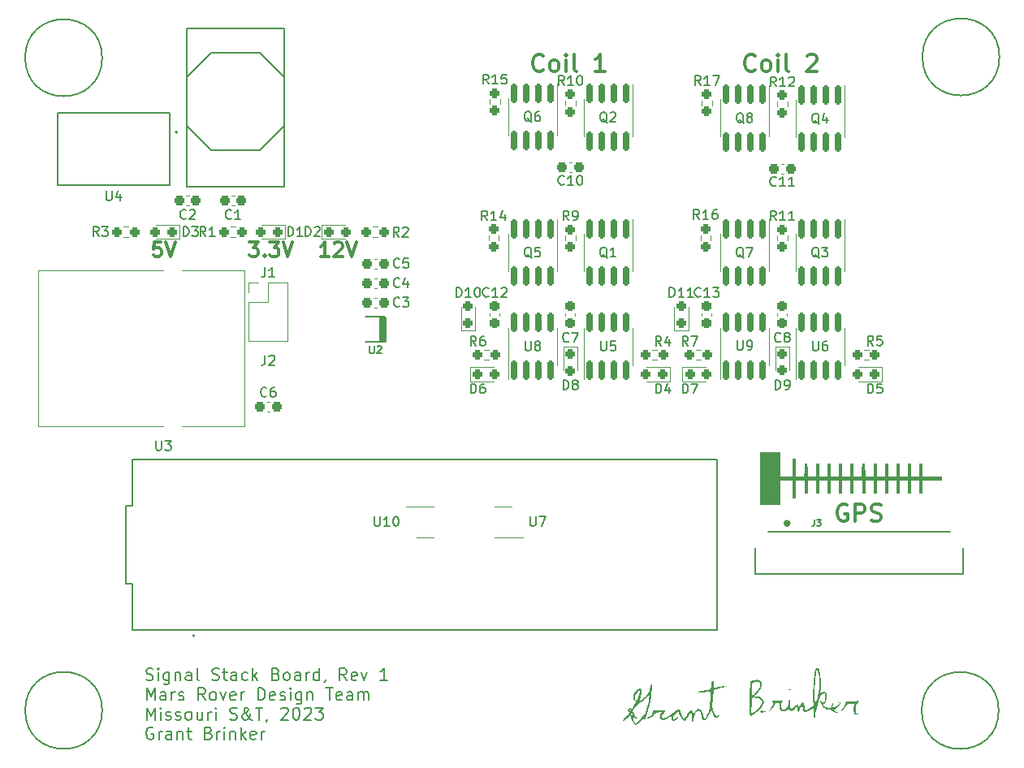
<source format=gto>
G04 #@! TF.GenerationSoftware,KiCad,Pcbnew,(6.0.7)*
G04 #@! TF.CreationDate,2023-01-03T20:18:15-06:00*
G04 #@! TF.ProjectId,SignalStack_Board,5369676e-616c-4537-9461-636b5f426f61,rev?*
G04 #@! TF.SameCoordinates,Original*
G04 #@! TF.FileFunction,Legend,Top*
G04 #@! TF.FilePolarity,Positive*
%FSLAX46Y46*%
G04 Gerber Fmt 4.6, Leading zero omitted, Abs format (unit mm)*
G04 Created by KiCad (PCBNEW (6.0.7)) date 2023-01-03 20:18:15*
%MOMM*%
%LPD*%
G01*
G04 APERTURE LIST*
G04 Aperture macros list*
%AMRoundRect*
0 Rectangle with rounded corners*
0 $1 Rounding radius*
0 $2 $3 $4 $5 $6 $7 $8 $9 X,Y pos of 4 corners*
0 Add a 4 corners polygon primitive as box body*
4,1,4,$2,$3,$4,$5,$6,$7,$8,$9,$2,$3,0*
0 Add four circle primitives for the rounded corners*
1,1,$1+$1,$2,$3*
1,1,$1+$1,$4,$5*
1,1,$1+$1,$6,$7*
1,1,$1+$1,$8,$9*
0 Add four rect primitives between the rounded corners*
20,1,$1+$1,$2,$3,$4,$5,0*
20,1,$1+$1,$4,$5,$6,$7,0*
20,1,$1+$1,$6,$7,$8,$9,0*
20,1,$1+$1,$8,$9,$2,$3,0*%
G04 Aperture macros list end*
%ADD10C,0.300000*%
%ADD11C,0.150000*%
%ADD12C,0.120000*%
%ADD13C,0.127000*%
%ADD14C,0.200000*%
%ADD15C,0.203200*%
%ADD16C,0.010000*%
%ADD17RoundRect,0.237500X0.300000X0.237500X-0.300000X0.237500X-0.300000X-0.237500X0.300000X-0.237500X0*%
%ADD18C,1.308000*%
%ADD19C,2.946400*%
%ADD20RoundRect,0.237500X0.287500X0.237500X-0.287500X0.237500X-0.287500X-0.237500X0.287500X-0.237500X0*%
%ADD21RoundRect,0.237500X-0.250000X-0.237500X0.250000X-0.237500X0.250000X0.237500X-0.250000X0.237500X0*%
%ADD22RoundRect,0.237500X0.237500X-0.300000X0.237500X0.300000X-0.237500X0.300000X-0.237500X-0.300000X0*%
%ADD23O,5.100000X3.000000*%
%ADD24RoundRect,0.237500X0.237500X-0.250000X0.237500X0.250000X-0.237500X0.250000X-0.237500X-0.250000X0*%
%ADD25R,1.560000X0.650000*%
%ADD26RoundRect,0.150000X0.150000X-0.825000X0.150000X0.825000X-0.150000X0.825000X-0.150000X-0.825000X0*%
%ADD27RoundRect,0.237500X-0.287500X-0.237500X0.287500X-0.237500X0.287500X0.237500X-0.287500X0.237500X0*%
%ADD28RoundRect,0.150000X-0.150000X0.825000X-0.150000X-0.825000X0.150000X-0.825000X0.150000X0.825000X0*%
%ADD29RoundRect,0.237500X0.250000X0.237500X-0.250000X0.237500X-0.250000X-0.237500X0.250000X-0.237500X0*%
%ADD30RoundRect,0.237500X0.237500X-0.287500X0.237500X0.287500X-0.237500X0.287500X-0.237500X-0.287500X0*%
%ADD31RoundRect,0.237500X-0.237500X0.287500X-0.237500X-0.287500X0.237500X-0.287500X0.237500X0.287500X0*%
%ADD32C,1.100000*%
%ADD33C,1.400000*%
%ADD34C,4.000000*%
%ADD35C,2.000000*%
%ADD36R,1.800000X2.400000*%
%ADD37C,1.270000*%
%ADD38R,1.530000X1.530000*%
%ADD39C,1.530000*%
%ADD40R,1.350000X1.350000*%
%ADD41O,1.350000X1.350000*%
%ADD42R,1.358000X1.358000*%
%ADD43C,1.358000*%
%ADD44C,1.524000*%
G04 APERTURE END LIST*
D10*
X119578714Y-86427571D02*
X120507285Y-86427571D01*
X120007285Y-86999000D01*
X120221571Y-86999000D01*
X120364428Y-87070428D01*
X120435857Y-87141857D01*
X120507285Y-87284714D01*
X120507285Y-87641857D01*
X120435857Y-87784714D01*
X120364428Y-87856142D01*
X120221571Y-87927571D01*
X119793000Y-87927571D01*
X119650142Y-87856142D01*
X119578714Y-87784714D01*
X121150142Y-87784714D02*
X121221571Y-87856142D01*
X121150142Y-87927571D01*
X121078714Y-87856142D01*
X121150142Y-87784714D01*
X121150142Y-87927571D01*
X121721571Y-86427571D02*
X122650142Y-86427571D01*
X122150142Y-86999000D01*
X122364428Y-86999000D01*
X122507285Y-87070428D01*
X122578714Y-87141857D01*
X122650142Y-87284714D01*
X122650142Y-87641857D01*
X122578714Y-87784714D01*
X122507285Y-87856142D01*
X122364428Y-87927571D01*
X121935857Y-87927571D01*
X121793000Y-87856142D01*
X121721571Y-87784714D01*
X123078714Y-86427571D02*
X123578714Y-87927571D01*
X124078714Y-86427571D01*
X150241000Y-68453000D02*
X150156333Y-68537666D01*
X149902333Y-68622333D01*
X149733000Y-68622333D01*
X149479000Y-68537666D01*
X149309666Y-68368333D01*
X149225000Y-68199000D01*
X149140333Y-67860333D01*
X149140333Y-67606333D01*
X149225000Y-67267666D01*
X149309666Y-67098333D01*
X149479000Y-66929000D01*
X149733000Y-66844333D01*
X149902333Y-66844333D01*
X150156333Y-66929000D01*
X150241000Y-67013666D01*
X151257000Y-68622333D02*
X151087666Y-68537666D01*
X151003000Y-68453000D01*
X150918333Y-68283666D01*
X150918333Y-67775666D01*
X151003000Y-67606333D01*
X151087666Y-67521666D01*
X151257000Y-67437000D01*
X151511000Y-67437000D01*
X151680333Y-67521666D01*
X151765000Y-67606333D01*
X151849666Y-67775666D01*
X151849666Y-68283666D01*
X151765000Y-68453000D01*
X151680333Y-68537666D01*
X151511000Y-68622333D01*
X151257000Y-68622333D01*
X152611666Y-68622333D02*
X152611666Y-67437000D01*
X152611666Y-66844333D02*
X152527000Y-66929000D01*
X152611666Y-67013666D01*
X152696333Y-66929000D01*
X152611666Y-66844333D01*
X152611666Y-67013666D01*
X153712333Y-68622333D02*
X153543000Y-68537666D01*
X153458333Y-68368333D01*
X153458333Y-66844333D01*
X156675666Y-68622333D02*
X155659666Y-68622333D01*
X156167666Y-68622333D02*
X156167666Y-66844333D01*
X155998333Y-67098333D01*
X155829000Y-67267666D01*
X155659666Y-67352333D01*
X127849428Y-87927571D02*
X126992285Y-87927571D01*
X127420857Y-87927571D02*
X127420857Y-86427571D01*
X127278000Y-86641857D01*
X127135142Y-86784714D01*
X126992285Y-86856142D01*
X128420857Y-86570428D02*
X128492285Y-86499000D01*
X128635142Y-86427571D01*
X128992285Y-86427571D01*
X129135142Y-86499000D01*
X129206571Y-86570428D01*
X129278000Y-86713285D01*
X129278000Y-86856142D01*
X129206571Y-87070428D01*
X128349428Y-87927571D01*
X129278000Y-87927571D01*
X129706571Y-86427571D02*
X130206571Y-87927571D01*
X130706571Y-86427571D01*
X181864000Y-113792000D02*
X181694666Y-113707333D01*
X181440666Y-113707333D01*
X181186666Y-113792000D01*
X181017333Y-113961333D01*
X180932666Y-114130666D01*
X180848000Y-114469333D01*
X180848000Y-114723333D01*
X180932666Y-115062000D01*
X181017333Y-115231333D01*
X181186666Y-115400666D01*
X181440666Y-115485333D01*
X181610000Y-115485333D01*
X181864000Y-115400666D01*
X181948666Y-115316000D01*
X181948666Y-114723333D01*
X181610000Y-114723333D01*
X182710666Y-115485333D02*
X182710666Y-113707333D01*
X183388000Y-113707333D01*
X183557333Y-113792000D01*
X183642000Y-113876666D01*
X183726666Y-114046000D01*
X183726666Y-114300000D01*
X183642000Y-114469333D01*
X183557333Y-114554000D01*
X183388000Y-114638666D01*
X182710666Y-114638666D01*
X184404000Y-115400666D02*
X184658000Y-115485333D01*
X185081333Y-115485333D01*
X185250666Y-115400666D01*
X185335333Y-115316000D01*
X185420000Y-115146666D01*
X185420000Y-114977333D01*
X185335333Y-114808000D01*
X185250666Y-114723333D01*
X185081333Y-114638666D01*
X184742666Y-114554000D01*
X184573333Y-114469333D01*
X184488666Y-114384666D01*
X184404000Y-114215333D01*
X184404000Y-114046000D01*
X184488666Y-113876666D01*
X184573333Y-113792000D01*
X184742666Y-113707333D01*
X185166000Y-113707333D01*
X185420000Y-113792000D01*
D11*
X108797404Y-132066997D02*
X108978833Y-132127473D01*
X109281214Y-132127473D01*
X109402166Y-132066997D01*
X109462642Y-132006521D01*
X109523119Y-131885569D01*
X109523119Y-131764616D01*
X109462642Y-131643664D01*
X109402166Y-131583188D01*
X109281214Y-131522711D01*
X109039309Y-131462235D01*
X108918357Y-131401759D01*
X108857880Y-131341283D01*
X108797404Y-131220330D01*
X108797404Y-131099378D01*
X108857880Y-130978426D01*
X108918357Y-130917950D01*
X109039309Y-130857473D01*
X109341690Y-130857473D01*
X109523119Y-130917950D01*
X110067404Y-132127473D02*
X110067404Y-131280807D01*
X110067404Y-130857473D02*
X110006928Y-130917950D01*
X110067404Y-130978426D01*
X110127880Y-130917950D01*
X110067404Y-130857473D01*
X110067404Y-130978426D01*
X111216452Y-131280807D02*
X111216452Y-132308902D01*
X111155976Y-132429854D01*
X111095500Y-132490330D01*
X110974547Y-132550807D01*
X110793119Y-132550807D01*
X110672166Y-132490330D01*
X111216452Y-132066997D02*
X111095500Y-132127473D01*
X110853595Y-132127473D01*
X110732642Y-132066997D01*
X110672166Y-132006521D01*
X110611690Y-131885569D01*
X110611690Y-131522711D01*
X110672166Y-131401759D01*
X110732642Y-131341283D01*
X110853595Y-131280807D01*
X111095500Y-131280807D01*
X111216452Y-131341283D01*
X111821214Y-131280807D02*
X111821214Y-132127473D01*
X111821214Y-131401759D02*
X111881690Y-131341283D01*
X112002642Y-131280807D01*
X112184071Y-131280807D01*
X112305023Y-131341283D01*
X112365500Y-131462235D01*
X112365500Y-132127473D01*
X113514547Y-132127473D02*
X113514547Y-131462235D01*
X113454071Y-131341283D01*
X113333119Y-131280807D01*
X113091214Y-131280807D01*
X112970261Y-131341283D01*
X113514547Y-132066997D02*
X113393595Y-132127473D01*
X113091214Y-132127473D01*
X112970261Y-132066997D01*
X112909785Y-131946045D01*
X112909785Y-131825092D01*
X112970261Y-131704140D01*
X113091214Y-131643664D01*
X113393595Y-131643664D01*
X113514547Y-131583188D01*
X114300738Y-132127473D02*
X114179785Y-132066997D01*
X114119309Y-131946045D01*
X114119309Y-130857473D01*
X115691690Y-132066997D02*
X115873119Y-132127473D01*
X116175500Y-132127473D01*
X116296452Y-132066997D01*
X116356928Y-132006521D01*
X116417404Y-131885569D01*
X116417404Y-131764616D01*
X116356928Y-131643664D01*
X116296452Y-131583188D01*
X116175500Y-131522711D01*
X115933595Y-131462235D01*
X115812642Y-131401759D01*
X115752166Y-131341283D01*
X115691690Y-131220330D01*
X115691690Y-131099378D01*
X115752166Y-130978426D01*
X115812642Y-130917950D01*
X115933595Y-130857473D01*
X116235976Y-130857473D01*
X116417404Y-130917950D01*
X116780261Y-131280807D02*
X117264071Y-131280807D01*
X116961690Y-130857473D02*
X116961690Y-131946045D01*
X117022166Y-132066997D01*
X117143119Y-132127473D01*
X117264071Y-132127473D01*
X118231690Y-132127473D02*
X118231690Y-131462235D01*
X118171214Y-131341283D01*
X118050261Y-131280807D01*
X117808357Y-131280807D01*
X117687404Y-131341283D01*
X118231690Y-132066997D02*
X118110738Y-132127473D01*
X117808357Y-132127473D01*
X117687404Y-132066997D01*
X117626928Y-131946045D01*
X117626928Y-131825092D01*
X117687404Y-131704140D01*
X117808357Y-131643664D01*
X118110738Y-131643664D01*
X118231690Y-131583188D01*
X119380738Y-132066997D02*
X119259785Y-132127473D01*
X119017880Y-132127473D01*
X118896928Y-132066997D01*
X118836452Y-132006521D01*
X118775976Y-131885569D01*
X118775976Y-131522711D01*
X118836452Y-131401759D01*
X118896928Y-131341283D01*
X119017880Y-131280807D01*
X119259785Y-131280807D01*
X119380738Y-131341283D01*
X119925023Y-132127473D02*
X119925023Y-130857473D01*
X120045976Y-131643664D02*
X120408833Y-132127473D01*
X120408833Y-131280807D02*
X119925023Y-131764616D01*
X122344071Y-131462235D02*
X122525500Y-131522711D01*
X122585976Y-131583188D01*
X122646452Y-131704140D01*
X122646452Y-131885569D01*
X122585976Y-132006521D01*
X122525500Y-132066997D01*
X122404547Y-132127473D01*
X121920738Y-132127473D01*
X121920738Y-130857473D01*
X122344071Y-130857473D01*
X122465023Y-130917950D01*
X122525500Y-130978426D01*
X122585976Y-131099378D01*
X122585976Y-131220330D01*
X122525500Y-131341283D01*
X122465023Y-131401759D01*
X122344071Y-131462235D01*
X121920738Y-131462235D01*
X123372166Y-132127473D02*
X123251214Y-132066997D01*
X123190738Y-132006521D01*
X123130261Y-131885569D01*
X123130261Y-131522711D01*
X123190738Y-131401759D01*
X123251214Y-131341283D01*
X123372166Y-131280807D01*
X123553595Y-131280807D01*
X123674547Y-131341283D01*
X123735023Y-131401759D01*
X123795500Y-131522711D01*
X123795500Y-131885569D01*
X123735023Y-132006521D01*
X123674547Y-132066997D01*
X123553595Y-132127473D01*
X123372166Y-132127473D01*
X124884071Y-132127473D02*
X124884071Y-131462235D01*
X124823595Y-131341283D01*
X124702642Y-131280807D01*
X124460738Y-131280807D01*
X124339785Y-131341283D01*
X124884071Y-132066997D02*
X124763119Y-132127473D01*
X124460738Y-132127473D01*
X124339785Y-132066997D01*
X124279309Y-131946045D01*
X124279309Y-131825092D01*
X124339785Y-131704140D01*
X124460738Y-131643664D01*
X124763119Y-131643664D01*
X124884071Y-131583188D01*
X125488833Y-132127473D02*
X125488833Y-131280807D01*
X125488833Y-131522711D02*
X125549309Y-131401759D01*
X125609785Y-131341283D01*
X125730738Y-131280807D01*
X125851690Y-131280807D01*
X126819309Y-132127473D02*
X126819309Y-130857473D01*
X126819309Y-132066997D02*
X126698357Y-132127473D01*
X126456452Y-132127473D01*
X126335500Y-132066997D01*
X126275023Y-132006521D01*
X126214547Y-131885569D01*
X126214547Y-131522711D01*
X126275023Y-131401759D01*
X126335500Y-131341283D01*
X126456452Y-131280807D01*
X126698357Y-131280807D01*
X126819309Y-131341283D01*
X127484547Y-132066997D02*
X127484547Y-132127473D01*
X127424071Y-132248426D01*
X127363595Y-132308902D01*
X129722166Y-132127473D02*
X129298833Y-131522711D01*
X128996452Y-132127473D02*
X128996452Y-130857473D01*
X129480261Y-130857473D01*
X129601214Y-130917950D01*
X129661690Y-130978426D01*
X129722166Y-131099378D01*
X129722166Y-131280807D01*
X129661690Y-131401759D01*
X129601214Y-131462235D01*
X129480261Y-131522711D01*
X128996452Y-131522711D01*
X130750261Y-132066997D02*
X130629309Y-132127473D01*
X130387404Y-132127473D01*
X130266452Y-132066997D01*
X130205976Y-131946045D01*
X130205976Y-131462235D01*
X130266452Y-131341283D01*
X130387404Y-131280807D01*
X130629309Y-131280807D01*
X130750261Y-131341283D01*
X130810738Y-131462235D01*
X130810738Y-131583188D01*
X130205976Y-131704140D01*
X131234071Y-131280807D02*
X131536452Y-132127473D01*
X131838833Y-131280807D01*
X133955500Y-132127473D02*
X133229785Y-132127473D01*
X133592642Y-132127473D02*
X133592642Y-130857473D01*
X133471690Y-131038902D01*
X133350738Y-131159854D01*
X133229785Y-131220330D01*
X108857880Y-134172173D02*
X108857880Y-132902173D01*
X109281214Y-133809316D01*
X109704547Y-132902173D01*
X109704547Y-134172173D01*
X110853595Y-134172173D02*
X110853595Y-133506935D01*
X110793119Y-133385983D01*
X110672166Y-133325507D01*
X110430261Y-133325507D01*
X110309309Y-133385983D01*
X110853595Y-134111697D02*
X110732642Y-134172173D01*
X110430261Y-134172173D01*
X110309309Y-134111697D01*
X110248833Y-133990745D01*
X110248833Y-133869792D01*
X110309309Y-133748840D01*
X110430261Y-133688364D01*
X110732642Y-133688364D01*
X110853595Y-133627888D01*
X111458357Y-134172173D02*
X111458357Y-133325507D01*
X111458357Y-133567411D02*
X111518833Y-133446459D01*
X111579309Y-133385983D01*
X111700261Y-133325507D01*
X111821214Y-133325507D01*
X112184071Y-134111697D02*
X112305023Y-134172173D01*
X112546928Y-134172173D01*
X112667880Y-134111697D01*
X112728357Y-133990745D01*
X112728357Y-133930269D01*
X112667880Y-133809316D01*
X112546928Y-133748840D01*
X112365500Y-133748840D01*
X112244547Y-133688364D01*
X112184071Y-133567411D01*
X112184071Y-133506935D01*
X112244547Y-133385983D01*
X112365500Y-133325507D01*
X112546928Y-133325507D01*
X112667880Y-133385983D01*
X114965976Y-134172173D02*
X114542642Y-133567411D01*
X114240261Y-134172173D02*
X114240261Y-132902173D01*
X114724071Y-132902173D01*
X114845023Y-132962650D01*
X114905500Y-133023126D01*
X114965976Y-133144078D01*
X114965976Y-133325507D01*
X114905500Y-133446459D01*
X114845023Y-133506935D01*
X114724071Y-133567411D01*
X114240261Y-133567411D01*
X115691690Y-134172173D02*
X115570738Y-134111697D01*
X115510261Y-134051221D01*
X115449785Y-133930269D01*
X115449785Y-133567411D01*
X115510261Y-133446459D01*
X115570738Y-133385983D01*
X115691690Y-133325507D01*
X115873119Y-133325507D01*
X115994071Y-133385983D01*
X116054547Y-133446459D01*
X116115023Y-133567411D01*
X116115023Y-133930269D01*
X116054547Y-134051221D01*
X115994071Y-134111697D01*
X115873119Y-134172173D01*
X115691690Y-134172173D01*
X116538357Y-133325507D02*
X116840738Y-134172173D01*
X117143119Y-133325507D01*
X118110738Y-134111697D02*
X117989785Y-134172173D01*
X117747880Y-134172173D01*
X117626928Y-134111697D01*
X117566452Y-133990745D01*
X117566452Y-133506935D01*
X117626928Y-133385983D01*
X117747880Y-133325507D01*
X117989785Y-133325507D01*
X118110738Y-133385983D01*
X118171214Y-133506935D01*
X118171214Y-133627888D01*
X117566452Y-133748840D01*
X118715500Y-134172173D02*
X118715500Y-133325507D01*
X118715500Y-133567411D02*
X118775976Y-133446459D01*
X118836452Y-133385983D01*
X118957404Y-133325507D01*
X119078357Y-133325507D01*
X120469309Y-134172173D02*
X120469309Y-132902173D01*
X120771690Y-132902173D01*
X120953119Y-132962650D01*
X121074071Y-133083602D01*
X121134547Y-133204554D01*
X121195023Y-133446459D01*
X121195023Y-133627888D01*
X121134547Y-133869792D01*
X121074071Y-133990745D01*
X120953119Y-134111697D01*
X120771690Y-134172173D01*
X120469309Y-134172173D01*
X122223119Y-134111697D02*
X122102166Y-134172173D01*
X121860261Y-134172173D01*
X121739309Y-134111697D01*
X121678833Y-133990745D01*
X121678833Y-133506935D01*
X121739309Y-133385983D01*
X121860261Y-133325507D01*
X122102166Y-133325507D01*
X122223119Y-133385983D01*
X122283595Y-133506935D01*
X122283595Y-133627888D01*
X121678833Y-133748840D01*
X122767404Y-134111697D02*
X122888357Y-134172173D01*
X123130261Y-134172173D01*
X123251214Y-134111697D01*
X123311690Y-133990745D01*
X123311690Y-133930269D01*
X123251214Y-133809316D01*
X123130261Y-133748840D01*
X122948833Y-133748840D01*
X122827880Y-133688364D01*
X122767404Y-133567411D01*
X122767404Y-133506935D01*
X122827880Y-133385983D01*
X122948833Y-133325507D01*
X123130261Y-133325507D01*
X123251214Y-133385983D01*
X123855976Y-134172173D02*
X123855976Y-133325507D01*
X123855976Y-132902173D02*
X123795500Y-132962650D01*
X123855976Y-133023126D01*
X123916452Y-132962650D01*
X123855976Y-132902173D01*
X123855976Y-133023126D01*
X125005023Y-133325507D02*
X125005023Y-134353602D01*
X124944547Y-134474554D01*
X124884071Y-134535030D01*
X124763119Y-134595507D01*
X124581690Y-134595507D01*
X124460738Y-134535030D01*
X125005023Y-134111697D02*
X124884071Y-134172173D01*
X124642166Y-134172173D01*
X124521214Y-134111697D01*
X124460738Y-134051221D01*
X124400261Y-133930269D01*
X124400261Y-133567411D01*
X124460738Y-133446459D01*
X124521214Y-133385983D01*
X124642166Y-133325507D01*
X124884071Y-133325507D01*
X125005023Y-133385983D01*
X125609785Y-133325507D02*
X125609785Y-134172173D01*
X125609785Y-133446459D02*
X125670261Y-133385983D01*
X125791214Y-133325507D01*
X125972642Y-133325507D01*
X126093595Y-133385983D01*
X126154071Y-133506935D01*
X126154071Y-134172173D01*
X127545023Y-132902173D02*
X128270738Y-132902173D01*
X127907880Y-134172173D02*
X127907880Y-132902173D01*
X129177880Y-134111697D02*
X129056928Y-134172173D01*
X128815023Y-134172173D01*
X128694071Y-134111697D01*
X128633595Y-133990745D01*
X128633595Y-133506935D01*
X128694071Y-133385983D01*
X128815023Y-133325507D01*
X129056928Y-133325507D01*
X129177880Y-133385983D01*
X129238357Y-133506935D01*
X129238357Y-133627888D01*
X128633595Y-133748840D01*
X130326928Y-134172173D02*
X130326928Y-133506935D01*
X130266452Y-133385983D01*
X130145500Y-133325507D01*
X129903595Y-133325507D01*
X129782642Y-133385983D01*
X130326928Y-134111697D02*
X130205976Y-134172173D01*
X129903595Y-134172173D01*
X129782642Y-134111697D01*
X129722166Y-133990745D01*
X129722166Y-133869792D01*
X129782642Y-133748840D01*
X129903595Y-133688364D01*
X130205976Y-133688364D01*
X130326928Y-133627888D01*
X130931690Y-134172173D02*
X130931690Y-133325507D01*
X130931690Y-133446459D02*
X130992166Y-133385983D01*
X131113119Y-133325507D01*
X131294547Y-133325507D01*
X131415500Y-133385983D01*
X131475976Y-133506935D01*
X131475976Y-134172173D01*
X131475976Y-133506935D02*
X131536452Y-133385983D01*
X131657404Y-133325507D01*
X131838833Y-133325507D01*
X131959785Y-133385983D01*
X132020261Y-133506935D01*
X132020261Y-134172173D01*
X108857880Y-136216873D02*
X108857880Y-134946873D01*
X109281214Y-135854016D01*
X109704547Y-134946873D01*
X109704547Y-136216873D01*
X110309309Y-136216873D02*
X110309309Y-135370207D01*
X110309309Y-134946873D02*
X110248833Y-135007350D01*
X110309309Y-135067826D01*
X110369785Y-135007350D01*
X110309309Y-134946873D01*
X110309309Y-135067826D01*
X110853595Y-136156397D02*
X110974547Y-136216873D01*
X111216452Y-136216873D01*
X111337404Y-136156397D01*
X111397880Y-136035445D01*
X111397880Y-135974969D01*
X111337404Y-135854016D01*
X111216452Y-135793540D01*
X111035023Y-135793540D01*
X110914071Y-135733064D01*
X110853595Y-135612111D01*
X110853595Y-135551635D01*
X110914071Y-135430683D01*
X111035023Y-135370207D01*
X111216452Y-135370207D01*
X111337404Y-135430683D01*
X111881690Y-136156397D02*
X112002642Y-136216873D01*
X112244547Y-136216873D01*
X112365500Y-136156397D01*
X112425976Y-136035445D01*
X112425976Y-135974969D01*
X112365500Y-135854016D01*
X112244547Y-135793540D01*
X112063119Y-135793540D01*
X111942166Y-135733064D01*
X111881690Y-135612111D01*
X111881690Y-135551635D01*
X111942166Y-135430683D01*
X112063119Y-135370207D01*
X112244547Y-135370207D01*
X112365500Y-135430683D01*
X113151690Y-136216873D02*
X113030738Y-136156397D01*
X112970261Y-136095921D01*
X112909785Y-135974969D01*
X112909785Y-135612111D01*
X112970261Y-135491159D01*
X113030738Y-135430683D01*
X113151690Y-135370207D01*
X113333119Y-135370207D01*
X113454071Y-135430683D01*
X113514547Y-135491159D01*
X113575023Y-135612111D01*
X113575023Y-135974969D01*
X113514547Y-136095921D01*
X113454071Y-136156397D01*
X113333119Y-136216873D01*
X113151690Y-136216873D01*
X114663595Y-135370207D02*
X114663595Y-136216873D01*
X114119309Y-135370207D02*
X114119309Y-136035445D01*
X114179785Y-136156397D01*
X114300738Y-136216873D01*
X114482166Y-136216873D01*
X114603119Y-136156397D01*
X114663595Y-136095921D01*
X115268357Y-136216873D02*
X115268357Y-135370207D01*
X115268357Y-135612111D02*
X115328833Y-135491159D01*
X115389309Y-135430683D01*
X115510261Y-135370207D01*
X115631214Y-135370207D01*
X116054547Y-136216873D02*
X116054547Y-135370207D01*
X116054547Y-134946873D02*
X115994071Y-135007350D01*
X116054547Y-135067826D01*
X116115023Y-135007350D01*
X116054547Y-134946873D01*
X116054547Y-135067826D01*
X117566452Y-136156397D02*
X117747880Y-136216873D01*
X118050261Y-136216873D01*
X118171214Y-136156397D01*
X118231690Y-136095921D01*
X118292166Y-135974969D01*
X118292166Y-135854016D01*
X118231690Y-135733064D01*
X118171214Y-135672588D01*
X118050261Y-135612111D01*
X117808357Y-135551635D01*
X117687404Y-135491159D01*
X117626928Y-135430683D01*
X117566452Y-135309730D01*
X117566452Y-135188778D01*
X117626928Y-135067826D01*
X117687404Y-135007350D01*
X117808357Y-134946873D01*
X118110738Y-134946873D01*
X118292166Y-135007350D01*
X119864547Y-136216873D02*
X119804071Y-136216873D01*
X119683119Y-136156397D01*
X119501690Y-135974969D01*
X119199309Y-135612111D01*
X119078357Y-135430683D01*
X119017880Y-135249254D01*
X119017880Y-135128302D01*
X119078357Y-135007350D01*
X119199309Y-134946873D01*
X119259785Y-134946873D01*
X119380738Y-135007350D01*
X119441214Y-135128302D01*
X119441214Y-135188778D01*
X119380738Y-135309730D01*
X119320261Y-135370207D01*
X118957404Y-135612111D01*
X118896928Y-135672588D01*
X118836452Y-135793540D01*
X118836452Y-135974969D01*
X118896928Y-136095921D01*
X118957404Y-136156397D01*
X119078357Y-136216873D01*
X119259785Y-136216873D01*
X119380738Y-136156397D01*
X119441214Y-136095921D01*
X119622642Y-135854016D01*
X119683119Y-135672588D01*
X119683119Y-135551635D01*
X120227404Y-134946873D02*
X120953119Y-134946873D01*
X120590261Y-136216873D02*
X120590261Y-134946873D01*
X121436928Y-136156397D02*
X121436928Y-136216873D01*
X121376452Y-136337826D01*
X121315976Y-136398302D01*
X122888357Y-135067826D02*
X122948833Y-135007350D01*
X123069785Y-134946873D01*
X123372166Y-134946873D01*
X123493119Y-135007350D01*
X123553595Y-135067826D01*
X123614071Y-135188778D01*
X123614071Y-135309730D01*
X123553595Y-135491159D01*
X122827880Y-136216873D01*
X123614071Y-136216873D01*
X124400261Y-134946873D02*
X124521214Y-134946873D01*
X124642166Y-135007350D01*
X124702642Y-135067826D01*
X124763119Y-135188778D01*
X124823595Y-135430683D01*
X124823595Y-135733064D01*
X124763119Y-135974969D01*
X124702642Y-136095921D01*
X124642166Y-136156397D01*
X124521214Y-136216873D01*
X124400261Y-136216873D01*
X124279309Y-136156397D01*
X124218833Y-136095921D01*
X124158357Y-135974969D01*
X124097880Y-135733064D01*
X124097880Y-135430683D01*
X124158357Y-135188778D01*
X124218833Y-135067826D01*
X124279309Y-135007350D01*
X124400261Y-134946873D01*
X125307404Y-135067826D02*
X125367880Y-135007350D01*
X125488833Y-134946873D01*
X125791214Y-134946873D01*
X125912166Y-135007350D01*
X125972642Y-135067826D01*
X126033119Y-135188778D01*
X126033119Y-135309730D01*
X125972642Y-135491159D01*
X125246928Y-136216873D01*
X126033119Y-136216873D01*
X126456452Y-134946873D02*
X127242642Y-134946873D01*
X126819309Y-135430683D01*
X127000738Y-135430683D01*
X127121690Y-135491159D01*
X127182166Y-135551635D01*
X127242642Y-135672588D01*
X127242642Y-135974969D01*
X127182166Y-136095921D01*
X127121690Y-136156397D01*
X127000738Y-136216873D01*
X126637880Y-136216873D01*
X126516928Y-136156397D01*
X126456452Y-136095921D01*
X109523119Y-137052050D02*
X109402166Y-136991573D01*
X109220738Y-136991573D01*
X109039309Y-137052050D01*
X108918357Y-137173002D01*
X108857880Y-137293954D01*
X108797404Y-137535859D01*
X108797404Y-137717288D01*
X108857880Y-137959192D01*
X108918357Y-138080145D01*
X109039309Y-138201097D01*
X109220738Y-138261573D01*
X109341690Y-138261573D01*
X109523119Y-138201097D01*
X109583595Y-138140621D01*
X109583595Y-137717288D01*
X109341690Y-137717288D01*
X110127880Y-138261573D02*
X110127880Y-137414907D01*
X110127880Y-137656811D02*
X110188357Y-137535859D01*
X110248833Y-137475383D01*
X110369785Y-137414907D01*
X110490738Y-137414907D01*
X111458357Y-138261573D02*
X111458357Y-137596335D01*
X111397880Y-137475383D01*
X111276928Y-137414907D01*
X111035023Y-137414907D01*
X110914071Y-137475383D01*
X111458357Y-138201097D02*
X111337404Y-138261573D01*
X111035023Y-138261573D01*
X110914071Y-138201097D01*
X110853595Y-138080145D01*
X110853595Y-137959192D01*
X110914071Y-137838240D01*
X111035023Y-137777764D01*
X111337404Y-137777764D01*
X111458357Y-137717288D01*
X112063119Y-137414907D02*
X112063119Y-138261573D01*
X112063119Y-137535859D02*
X112123595Y-137475383D01*
X112244547Y-137414907D01*
X112425976Y-137414907D01*
X112546928Y-137475383D01*
X112607404Y-137596335D01*
X112607404Y-138261573D01*
X113030738Y-137414907D02*
X113514547Y-137414907D01*
X113212166Y-136991573D02*
X113212166Y-138080145D01*
X113272642Y-138201097D01*
X113393595Y-138261573D01*
X113514547Y-138261573D01*
X115328833Y-137596335D02*
X115510261Y-137656811D01*
X115570738Y-137717288D01*
X115631214Y-137838240D01*
X115631214Y-138019669D01*
X115570738Y-138140621D01*
X115510261Y-138201097D01*
X115389309Y-138261573D01*
X114905500Y-138261573D01*
X114905500Y-136991573D01*
X115328833Y-136991573D01*
X115449785Y-137052050D01*
X115510261Y-137112526D01*
X115570738Y-137233478D01*
X115570738Y-137354430D01*
X115510261Y-137475383D01*
X115449785Y-137535859D01*
X115328833Y-137596335D01*
X114905500Y-137596335D01*
X116175500Y-138261573D02*
X116175500Y-137414907D01*
X116175500Y-137656811D02*
X116235976Y-137535859D01*
X116296452Y-137475383D01*
X116417404Y-137414907D01*
X116538357Y-137414907D01*
X116961690Y-138261573D02*
X116961690Y-137414907D01*
X116961690Y-136991573D02*
X116901214Y-137052050D01*
X116961690Y-137112526D01*
X117022166Y-137052050D01*
X116961690Y-136991573D01*
X116961690Y-137112526D01*
X117566452Y-137414907D02*
X117566452Y-138261573D01*
X117566452Y-137535859D02*
X117626928Y-137475383D01*
X117747880Y-137414907D01*
X117929309Y-137414907D01*
X118050261Y-137475383D01*
X118110738Y-137596335D01*
X118110738Y-138261573D01*
X118715500Y-138261573D02*
X118715500Y-136991573D01*
X118836452Y-137777764D02*
X119199309Y-138261573D01*
X119199309Y-137414907D02*
X118715500Y-137898716D01*
X120227404Y-138201097D02*
X120106452Y-138261573D01*
X119864547Y-138261573D01*
X119743595Y-138201097D01*
X119683119Y-138080145D01*
X119683119Y-137596335D01*
X119743595Y-137475383D01*
X119864547Y-137414907D01*
X120106452Y-137414907D01*
X120227404Y-137475383D01*
X120287880Y-137596335D01*
X120287880Y-137717288D01*
X119683119Y-137838240D01*
X120832166Y-138261573D02*
X120832166Y-137414907D01*
X120832166Y-137656811D02*
X120892642Y-137535859D01*
X120953119Y-137475383D01*
X121074071Y-137414907D01*
X121195023Y-137414907D01*
D10*
X172339000Y-68453000D02*
X172254333Y-68537666D01*
X172000333Y-68622333D01*
X171831000Y-68622333D01*
X171577000Y-68537666D01*
X171407666Y-68368333D01*
X171323000Y-68199000D01*
X171238333Y-67860333D01*
X171238333Y-67606333D01*
X171323000Y-67267666D01*
X171407666Y-67098333D01*
X171577000Y-66929000D01*
X171831000Y-66844333D01*
X172000333Y-66844333D01*
X172254333Y-66929000D01*
X172339000Y-67013666D01*
X173355000Y-68622333D02*
X173185666Y-68537666D01*
X173101000Y-68453000D01*
X173016333Y-68283666D01*
X173016333Y-67775666D01*
X173101000Y-67606333D01*
X173185666Y-67521666D01*
X173355000Y-67437000D01*
X173609000Y-67437000D01*
X173778333Y-67521666D01*
X173863000Y-67606333D01*
X173947666Y-67775666D01*
X173947666Y-68283666D01*
X173863000Y-68453000D01*
X173778333Y-68537666D01*
X173609000Y-68622333D01*
X173355000Y-68622333D01*
X174709666Y-68622333D02*
X174709666Y-67437000D01*
X174709666Y-66844333D02*
X174625000Y-66929000D01*
X174709666Y-67013666D01*
X174794333Y-66929000D01*
X174709666Y-66844333D01*
X174709666Y-67013666D01*
X175810333Y-68622333D02*
X175641000Y-68537666D01*
X175556333Y-68368333D01*
X175556333Y-66844333D01*
X177757666Y-67013666D02*
X177842333Y-66929000D01*
X178011666Y-66844333D01*
X178435000Y-66844333D01*
X178604333Y-66929000D01*
X178689000Y-67013666D01*
X178773666Y-67183000D01*
X178773666Y-67352333D01*
X178689000Y-67606333D01*
X177673000Y-68622333D01*
X178773666Y-68622333D01*
X110345285Y-86427571D02*
X109631000Y-86427571D01*
X109559571Y-87141857D01*
X109631000Y-87070428D01*
X109773857Y-86999000D01*
X110131000Y-86999000D01*
X110273857Y-87070428D01*
X110345285Y-87141857D01*
X110416714Y-87284714D01*
X110416714Y-87641857D01*
X110345285Y-87784714D01*
X110273857Y-87856142D01*
X110131000Y-87927571D01*
X109773857Y-87927571D01*
X109631000Y-87856142D01*
X109559571Y-87784714D01*
X110845285Y-86427571D02*
X111345285Y-87927571D01*
X111845285Y-86427571D01*
D11*
X135215333Y-89003142D02*
X135167714Y-89050761D01*
X135024857Y-89098380D01*
X134929619Y-89098380D01*
X134786761Y-89050761D01*
X134691523Y-88955523D01*
X134643904Y-88860285D01*
X134596285Y-88669809D01*
X134596285Y-88526952D01*
X134643904Y-88336476D01*
X134691523Y-88241238D01*
X134786761Y-88146000D01*
X134929619Y-88098380D01*
X135024857Y-88098380D01*
X135167714Y-88146000D01*
X135215333Y-88193619D01*
X136120095Y-88098380D02*
X135643904Y-88098380D01*
X135596285Y-88574571D01*
X135643904Y-88526952D01*
X135739142Y-88479333D01*
X135977238Y-88479333D01*
X136072476Y-88526952D01*
X136120095Y-88574571D01*
X136167714Y-88669809D01*
X136167714Y-88907904D01*
X136120095Y-89003142D01*
X136072476Y-89050761D01*
X135977238Y-89098380D01*
X135739142Y-89098380D01*
X135643904Y-89050761D01*
X135596285Y-89003142D01*
X109824095Y-107126880D02*
X109824095Y-107936404D01*
X109871714Y-108031642D01*
X109919333Y-108079261D01*
X110014571Y-108126880D01*
X110205047Y-108126880D01*
X110300285Y-108079261D01*
X110347904Y-108031642D01*
X110395523Y-107936404D01*
X110395523Y-107126880D01*
X110776476Y-107126880D02*
X111395523Y-107126880D01*
X111062190Y-107507833D01*
X111205047Y-107507833D01*
X111300285Y-107555452D01*
X111347904Y-107603071D01*
X111395523Y-107698309D01*
X111395523Y-107936404D01*
X111347904Y-108031642D01*
X111300285Y-108079261D01*
X111205047Y-108126880D01*
X110919333Y-108126880D01*
X110824095Y-108079261D01*
X110776476Y-108031642D01*
X174490142Y-80494142D02*
X174442523Y-80541761D01*
X174299666Y-80589380D01*
X174204428Y-80589380D01*
X174061571Y-80541761D01*
X173966333Y-80446523D01*
X173918714Y-80351285D01*
X173871095Y-80160809D01*
X173871095Y-80017952D01*
X173918714Y-79827476D01*
X173966333Y-79732238D01*
X174061571Y-79637000D01*
X174204428Y-79589380D01*
X174299666Y-79589380D01*
X174442523Y-79637000D01*
X174490142Y-79684619D01*
X175442523Y-80589380D02*
X174871095Y-80589380D01*
X175156809Y-80589380D02*
X175156809Y-79589380D01*
X175061571Y-79732238D01*
X174966333Y-79827476D01*
X174871095Y-79875095D01*
X176394904Y-80589380D02*
X175823476Y-80589380D01*
X176109190Y-80589380D02*
X176109190Y-79589380D01*
X176013952Y-79732238D01*
X175918714Y-79827476D01*
X175823476Y-79875095D01*
X135215333Y-93067142D02*
X135167714Y-93114761D01*
X135024857Y-93162380D01*
X134929619Y-93162380D01*
X134786761Y-93114761D01*
X134691523Y-93019523D01*
X134643904Y-92924285D01*
X134596285Y-92733809D01*
X134596285Y-92590952D01*
X134643904Y-92400476D01*
X134691523Y-92305238D01*
X134786761Y-92210000D01*
X134929619Y-92162380D01*
X135024857Y-92162380D01*
X135167714Y-92210000D01*
X135215333Y-92257619D01*
X135548666Y-92162380D02*
X136167714Y-92162380D01*
X135834380Y-92543333D01*
X135977238Y-92543333D01*
X136072476Y-92590952D01*
X136120095Y-92638571D01*
X136167714Y-92733809D01*
X136167714Y-92971904D01*
X136120095Y-93067142D01*
X136072476Y-93114761D01*
X135977238Y-93162380D01*
X135691523Y-93162380D01*
X135596285Y-93114761D01*
X135548666Y-93067142D01*
X161948904Y-102179380D02*
X161948904Y-101179380D01*
X162187000Y-101179380D01*
X162329857Y-101227000D01*
X162425095Y-101322238D01*
X162472714Y-101417476D01*
X162520333Y-101607952D01*
X162520333Y-101750809D01*
X162472714Y-101941285D01*
X162425095Y-102036523D01*
X162329857Y-102131761D01*
X162187000Y-102179380D01*
X161948904Y-102179380D01*
X163377476Y-101512714D02*
X163377476Y-102179380D01*
X163139380Y-101131761D02*
X162901285Y-101846047D01*
X163520333Y-101846047D01*
X115022333Y-85796380D02*
X114689000Y-85320190D01*
X114450904Y-85796380D02*
X114450904Y-84796380D01*
X114831857Y-84796380D01*
X114927095Y-84844000D01*
X114974714Y-84891619D01*
X115022333Y-84986857D01*
X115022333Y-85129714D01*
X114974714Y-85224952D01*
X114927095Y-85272571D01*
X114831857Y-85320190D01*
X114450904Y-85320190D01*
X115974714Y-85796380D02*
X115403285Y-85796380D01*
X115689000Y-85796380D02*
X115689000Y-84796380D01*
X115593761Y-84939238D01*
X115498523Y-85034476D01*
X115403285Y-85082095D01*
X152868333Y-96750142D02*
X152820714Y-96797761D01*
X152677857Y-96845380D01*
X152582619Y-96845380D01*
X152439761Y-96797761D01*
X152344523Y-96702523D01*
X152296904Y-96607285D01*
X152249285Y-96416809D01*
X152249285Y-96273952D01*
X152296904Y-96083476D01*
X152344523Y-95988238D01*
X152439761Y-95893000D01*
X152582619Y-95845380D01*
X152677857Y-95845380D01*
X152820714Y-95893000D01*
X152868333Y-95940619D01*
X153201666Y-95845380D02*
X153868333Y-95845380D01*
X153439761Y-96845380D01*
X166489142Y-84018380D02*
X166155809Y-83542190D01*
X165917714Y-84018380D02*
X165917714Y-83018380D01*
X166298666Y-83018380D01*
X166393904Y-83066000D01*
X166441523Y-83113619D01*
X166489142Y-83208857D01*
X166489142Y-83351714D01*
X166441523Y-83446952D01*
X166393904Y-83494571D01*
X166298666Y-83542190D01*
X165917714Y-83542190D01*
X167441523Y-84018380D02*
X166870095Y-84018380D01*
X167155809Y-84018380D02*
X167155809Y-83018380D01*
X167060571Y-83161238D01*
X166965333Y-83256476D01*
X166870095Y-83304095D01*
X168298666Y-83018380D02*
X168108190Y-83018380D01*
X168012952Y-83066000D01*
X167965333Y-83113619D01*
X167870095Y-83256476D01*
X167822476Y-83446952D01*
X167822476Y-83827904D01*
X167870095Y-83923142D01*
X167917714Y-83970761D01*
X168012952Y-84018380D01*
X168203428Y-84018380D01*
X168298666Y-83970761D01*
X168346285Y-83923142D01*
X168393904Y-83827904D01*
X168393904Y-83589809D01*
X168346285Y-83494571D01*
X168298666Y-83446952D01*
X168203428Y-83399333D01*
X168012952Y-83399333D01*
X167917714Y-83446952D01*
X167870095Y-83494571D01*
X167822476Y-83589809D01*
X174490142Y-84145380D02*
X174156809Y-83669190D01*
X173918714Y-84145380D02*
X173918714Y-83145380D01*
X174299666Y-83145380D01*
X174394904Y-83193000D01*
X174442523Y-83240619D01*
X174490142Y-83335857D01*
X174490142Y-83478714D01*
X174442523Y-83573952D01*
X174394904Y-83621571D01*
X174299666Y-83669190D01*
X173918714Y-83669190D01*
X175442523Y-84145380D02*
X174871095Y-84145380D01*
X175156809Y-84145380D02*
X175156809Y-83145380D01*
X175061571Y-83288238D01*
X174966333Y-83383476D01*
X174871095Y-83431095D01*
X176394904Y-84145380D02*
X175823476Y-84145380D01*
X176109190Y-84145380D02*
X176109190Y-83145380D01*
X176013952Y-83288238D01*
X175918714Y-83383476D01*
X175823476Y-83431095D01*
X132619904Y-115022380D02*
X132619904Y-115831904D01*
X132667523Y-115927142D01*
X132715142Y-115974761D01*
X132810380Y-116022380D01*
X133000857Y-116022380D01*
X133096095Y-115974761D01*
X133143714Y-115927142D01*
X133191333Y-115831904D01*
X133191333Y-115022380D01*
X134191333Y-116022380D02*
X133619904Y-116022380D01*
X133905619Y-116022380D02*
X133905619Y-115022380D01*
X133810380Y-115165238D01*
X133715142Y-115260476D01*
X133619904Y-115308095D01*
X134810380Y-115022380D02*
X134905619Y-115022380D01*
X135000857Y-115070000D01*
X135048476Y-115117619D01*
X135096095Y-115212857D01*
X135143714Y-115403333D01*
X135143714Y-115641428D01*
X135096095Y-115831904D01*
X135048476Y-115927142D01*
X135000857Y-115974761D01*
X134905619Y-116022380D01*
X134810380Y-116022380D01*
X134715142Y-115974761D01*
X134667523Y-115927142D01*
X134619904Y-115831904D01*
X134572285Y-115641428D01*
X134572285Y-115403333D01*
X134619904Y-115212857D01*
X134667523Y-115117619D01*
X134715142Y-115070000D01*
X134810380Y-115022380D01*
X148336095Y-96734380D02*
X148336095Y-97543904D01*
X148383714Y-97639142D01*
X148431333Y-97686761D01*
X148526571Y-97734380D01*
X148717047Y-97734380D01*
X148812285Y-97686761D01*
X148859904Y-97639142D01*
X148907523Y-97543904D01*
X148907523Y-96734380D01*
X149526571Y-97162952D02*
X149431333Y-97115333D01*
X149383714Y-97067714D01*
X149336095Y-96972476D01*
X149336095Y-96924857D01*
X149383714Y-96829619D01*
X149431333Y-96782000D01*
X149526571Y-96734380D01*
X149717047Y-96734380D01*
X149812285Y-96782000D01*
X149859904Y-96829619D01*
X149907523Y-96924857D01*
X149907523Y-96972476D01*
X149859904Y-97067714D01*
X149812285Y-97115333D01*
X149717047Y-97162952D01*
X149526571Y-97162952D01*
X149431333Y-97210571D01*
X149383714Y-97258190D01*
X149336095Y-97353428D01*
X149336095Y-97543904D01*
X149383714Y-97639142D01*
X149431333Y-97686761D01*
X149526571Y-97734380D01*
X149717047Y-97734380D01*
X149812285Y-97686761D01*
X149859904Y-97639142D01*
X149907523Y-97543904D01*
X149907523Y-97353428D01*
X149859904Y-97258190D01*
X149812285Y-97210571D01*
X149717047Y-97162952D01*
X142644904Y-102179380D02*
X142644904Y-101179380D01*
X142883000Y-101179380D01*
X143025857Y-101227000D01*
X143121095Y-101322238D01*
X143168714Y-101417476D01*
X143216333Y-101607952D01*
X143216333Y-101750809D01*
X143168714Y-101941285D01*
X143121095Y-102036523D01*
X143025857Y-102131761D01*
X142883000Y-102179380D01*
X142644904Y-102179380D01*
X144073476Y-101179380D02*
X143883000Y-101179380D01*
X143787761Y-101227000D01*
X143740142Y-101274619D01*
X143644904Y-101417476D01*
X143597285Y-101607952D01*
X143597285Y-101988904D01*
X143644904Y-102084142D01*
X143692523Y-102131761D01*
X143787761Y-102179380D01*
X143978238Y-102179380D01*
X144073476Y-102131761D01*
X144121095Y-102084142D01*
X144168714Y-101988904D01*
X144168714Y-101750809D01*
X144121095Y-101655571D01*
X144073476Y-101607952D01*
X143978238Y-101560333D01*
X143787761Y-101560333D01*
X143692523Y-101607952D01*
X143644904Y-101655571D01*
X143597285Y-101750809D01*
X171100761Y-88050619D02*
X171005523Y-88003000D01*
X170910285Y-87907761D01*
X170767428Y-87764904D01*
X170672190Y-87717285D01*
X170576952Y-87717285D01*
X170624571Y-87955380D02*
X170529333Y-87907761D01*
X170434095Y-87812523D01*
X170386476Y-87622047D01*
X170386476Y-87288714D01*
X170434095Y-87098238D01*
X170529333Y-87003000D01*
X170624571Y-86955380D01*
X170815047Y-86955380D01*
X170910285Y-87003000D01*
X171005523Y-87098238D01*
X171053142Y-87288714D01*
X171053142Y-87622047D01*
X171005523Y-87812523D01*
X170910285Y-87907761D01*
X170815047Y-87955380D01*
X170624571Y-87955380D01*
X171386476Y-86955380D02*
X172053142Y-86955380D01*
X171624571Y-87955380D01*
X164742904Y-102179380D02*
X164742904Y-101179380D01*
X164981000Y-101179380D01*
X165123857Y-101227000D01*
X165219095Y-101322238D01*
X165266714Y-101417476D01*
X165314333Y-101607952D01*
X165314333Y-101750809D01*
X165266714Y-101941285D01*
X165219095Y-102036523D01*
X165123857Y-102131761D01*
X164981000Y-102179380D01*
X164742904Y-102179380D01*
X165647666Y-101179380D02*
X166314333Y-101179380D01*
X165885761Y-102179380D01*
X144518142Y-92051142D02*
X144470523Y-92098761D01*
X144327666Y-92146380D01*
X144232428Y-92146380D01*
X144089571Y-92098761D01*
X143994333Y-92003523D01*
X143946714Y-91908285D01*
X143899095Y-91717809D01*
X143899095Y-91574952D01*
X143946714Y-91384476D01*
X143994333Y-91289238D01*
X144089571Y-91194000D01*
X144232428Y-91146380D01*
X144327666Y-91146380D01*
X144470523Y-91194000D01*
X144518142Y-91241619D01*
X145470523Y-92146380D02*
X144899095Y-92146380D01*
X145184809Y-92146380D02*
X145184809Y-91146380D01*
X145089571Y-91289238D01*
X144994333Y-91384476D01*
X144899095Y-91432095D01*
X145851476Y-91241619D02*
X145899095Y-91194000D01*
X145994333Y-91146380D01*
X146232428Y-91146380D01*
X146327666Y-91194000D01*
X146375285Y-91241619D01*
X146422904Y-91336857D01*
X146422904Y-91432095D01*
X146375285Y-91574952D01*
X145803857Y-92146380D01*
X146422904Y-92146380D01*
X144518142Y-69921380D02*
X144184809Y-69445190D01*
X143946714Y-69921380D02*
X143946714Y-68921380D01*
X144327666Y-68921380D01*
X144422904Y-68969000D01*
X144470523Y-69016619D01*
X144518142Y-69111857D01*
X144518142Y-69254714D01*
X144470523Y-69349952D01*
X144422904Y-69397571D01*
X144327666Y-69445190D01*
X143946714Y-69445190D01*
X145470523Y-69921380D02*
X144899095Y-69921380D01*
X145184809Y-69921380D02*
X145184809Y-68921380D01*
X145089571Y-69064238D01*
X144994333Y-69159476D01*
X144899095Y-69207095D01*
X146375285Y-68921380D02*
X145899095Y-68921380D01*
X145851476Y-69397571D01*
X145899095Y-69349952D01*
X145994333Y-69302333D01*
X146232428Y-69302333D01*
X146327666Y-69349952D01*
X146375285Y-69397571D01*
X146422904Y-69492809D01*
X146422904Y-69730904D01*
X146375285Y-69826142D01*
X146327666Y-69873761D01*
X146232428Y-69921380D01*
X145994333Y-69921380D01*
X145899095Y-69873761D01*
X145851476Y-69826142D01*
X170434095Y-96672380D02*
X170434095Y-97481904D01*
X170481714Y-97577142D01*
X170529333Y-97624761D01*
X170624571Y-97672380D01*
X170815047Y-97672380D01*
X170910285Y-97624761D01*
X170957904Y-97577142D01*
X171005523Y-97481904D01*
X171005523Y-96672380D01*
X171529333Y-97672380D02*
X171719809Y-97672380D01*
X171815047Y-97624761D01*
X171862666Y-97577142D01*
X171957904Y-97434285D01*
X172005523Y-97243809D01*
X172005523Y-96862857D01*
X171957904Y-96767619D01*
X171910285Y-96720000D01*
X171815047Y-96672380D01*
X171624571Y-96672380D01*
X171529333Y-96720000D01*
X171481714Y-96767619D01*
X171434095Y-96862857D01*
X171434095Y-97100952D01*
X171481714Y-97196190D01*
X171529333Y-97243809D01*
X171624571Y-97291428D01*
X171815047Y-97291428D01*
X171910285Y-97243809D01*
X171957904Y-97196190D01*
X172005523Y-97100952D01*
X162520333Y-97226380D02*
X162187000Y-96750190D01*
X161948904Y-97226380D02*
X161948904Y-96226380D01*
X162329857Y-96226380D01*
X162425095Y-96274000D01*
X162472714Y-96321619D01*
X162520333Y-96416857D01*
X162520333Y-96559714D01*
X162472714Y-96654952D01*
X162425095Y-96702571D01*
X162329857Y-96750190D01*
X161948904Y-96750190D01*
X163377476Y-96559714D02*
X163377476Y-97226380D01*
X163139380Y-96178761D02*
X162901285Y-96893047D01*
X163520333Y-96893047D01*
X165314333Y-97226380D02*
X164981000Y-96750190D01*
X164742904Y-97226380D02*
X164742904Y-96226380D01*
X165123857Y-96226380D01*
X165219095Y-96274000D01*
X165266714Y-96321619D01*
X165314333Y-96416857D01*
X165314333Y-96559714D01*
X165266714Y-96654952D01*
X165219095Y-96702571D01*
X165123857Y-96750190D01*
X164742904Y-96750190D01*
X165647666Y-96226380D02*
X166314333Y-96226380D01*
X165885761Y-97226380D01*
X174966333Y-96750142D02*
X174918714Y-96797761D01*
X174775857Y-96845380D01*
X174680619Y-96845380D01*
X174537761Y-96797761D01*
X174442523Y-96702523D01*
X174394904Y-96607285D01*
X174347285Y-96416809D01*
X174347285Y-96273952D01*
X174394904Y-96083476D01*
X174442523Y-95988238D01*
X174537761Y-95893000D01*
X174680619Y-95845380D01*
X174775857Y-95845380D01*
X174918714Y-95893000D01*
X174966333Y-95940619D01*
X175537761Y-96273952D02*
X175442523Y-96226333D01*
X175394904Y-96178714D01*
X175347285Y-96083476D01*
X175347285Y-96035857D01*
X175394904Y-95940619D01*
X175442523Y-95893000D01*
X175537761Y-95845380D01*
X175728238Y-95845380D01*
X175823476Y-95893000D01*
X175871095Y-95940619D01*
X175918714Y-96035857D01*
X175918714Y-96083476D01*
X175871095Y-96178714D01*
X175823476Y-96226333D01*
X175728238Y-96273952D01*
X175537761Y-96273952D01*
X175442523Y-96321571D01*
X175394904Y-96369190D01*
X175347285Y-96464428D01*
X175347285Y-96654904D01*
X175394904Y-96750142D01*
X175442523Y-96797761D01*
X175537761Y-96845380D01*
X175728238Y-96845380D01*
X175823476Y-96797761D01*
X175871095Y-96750142D01*
X175918714Y-96654904D01*
X175918714Y-96464428D01*
X175871095Y-96369190D01*
X175823476Y-96321571D01*
X175728238Y-96273952D01*
X149002761Y-73891619D02*
X148907523Y-73844000D01*
X148812285Y-73748761D01*
X148669428Y-73605904D01*
X148574190Y-73558285D01*
X148478952Y-73558285D01*
X148526571Y-73796380D02*
X148431333Y-73748761D01*
X148336095Y-73653523D01*
X148288476Y-73463047D01*
X148288476Y-73129714D01*
X148336095Y-72939238D01*
X148431333Y-72844000D01*
X148526571Y-72796380D01*
X148717047Y-72796380D01*
X148812285Y-72844000D01*
X148907523Y-72939238D01*
X148955142Y-73129714D01*
X148955142Y-73463047D01*
X148907523Y-73653523D01*
X148812285Y-73748761D01*
X148717047Y-73796380D01*
X148526571Y-73796380D01*
X149812285Y-72796380D02*
X149621809Y-72796380D01*
X149526571Y-72844000D01*
X149478952Y-72891619D01*
X149383714Y-73034476D01*
X149336095Y-73224952D01*
X149336095Y-73605904D01*
X149383714Y-73701142D01*
X149431333Y-73748761D01*
X149526571Y-73796380D01*
X149717047Y-73796380D01*
X149812285Y-73748761D01*
X149859904Y-73701142D01*
X149907523Y-73605904D01*
X149907523Y-73367809D01*
X149859904Y-73272571D01*
X149812285Y-73224952D01*
X149717047Y-73177333D01*
X149526571Y-73177333D01*
X149431333Y-73224952D01*
X149383714Y-73272571D01*
X149336095Y-73367809D01*
X152392142Y-70048380D02*
X152058809Y-69572190D01*
X151820714Y-70048380D02*
X151820714Y-69048380D01*
X152201666Y-69048380D01*
X152296904Y-69096000D01*
X152344523Y-69143619D01*
X152392142Y-69238857D01*
X152392142Y-69381714D01*
X152344523Y-69476952D01*
X152296904Y-69524571D01*
X152201666Y-69572190D01*
X151820714Y-69572190D01*
X153344523Y-70048380D02*
X152773095Y-70048380D01*
X153058809Y-70048380D02*
X153058809Y-69048380D01*
X152963571Y-69191238D01*
X152868333Y-69286476D01*
X152773095Y-69334095D01*
X153963571Y-69048380D02*
X154058809Y-69048380D01*
X154154047Y-69096000D01*
X154201666Y-69143619D01*
X154249285Y-69238857D01*
X154296904Y-69429333D01*
X154296904Y-69667428D01*
X154249285Y-69857904D01*
X154201666Y-69953142D01*
X154154047Y-70000761D01*
X154058809Y-70048380D01*
X153963571Y-70048380D01*
X153868333Y-70000761D01*
X153820714Y-69953142D01*
X153773095Y-69857904D01*
X153725476Y-69667428D01*
X153725476Y-69429333D01*
X153773095Y-69238857D01*
X153820714Y-69143619D01*
X153868333Y-69096000D01*
X153963571Y-69048380D01*
X121372333Y-102465142D02*
X121324714Y-102512761D01*
X121181857Y-102560380D01*
X121086619Y-102560380D01*
X120943761Y-102512761D01*
X120848523Y-102417523D01*
X120800904Y-102322285D01*
X120753285Y-102131809D01*
X120753285Y-101988952D01*
X120800904Y-101798476D01*
X120848523Y-101703238D01*
X120943761Y-101608000D01*
X121086619Y-101560380D01*
X121181857Y-101560380D01*
X121324714Y-101608000D01*
X121372333Y-101655619D01*
X122229476Y-101560380D02*
X122039000Y-101560380D01*
X121943761Y-101608000D01*
X121896142Y-101655619D01*
X121800904Y-101798476D01*
X121753285Y-101988952D01*
X121753285Y-102369904D01*
X121800904Y-102465142D01*
X121848523Y-102512761D01*
X121943761Y-102560380D01*
X122134238Y-102560380D01*
X122229476Y-102512761D01*
X122277095Y-102465142D01*
X122324714Y-102369904D01*
X122324714Y-102131809D01*
X122277095Y-102036571D01*
X122229476Y-101988952D01*
X122134238Y-101941333D01*
X121943761Y-101941333D01*
X121848523Y-101988952D01*
X121800904Y-102036571D01*
X121753285Y-102131809D01*
X156876761Y-88050619D02*
X156781523Y-88003000D01*
X156686285Y-87907761D01*
X156543428Y-87764904D01*
X156448190Y-87717285D01*
X156352952Y-87717285D01*
X156400571Y-87955380D02*
X156305333Y-87907761D01*
X156210095Y-87812523D01*
X156162476Y-87622047D01*
X156162476Y-87288714D01*
X156210095Y-87098238D01*
X156305333Y-87003000D01*
X156400571Y-86955380D01*
X156591047Y-86955380D01*
X156686285Y-87003000D01*
X156781523Y-87098238D01*
X156829142Y-87288714D01*
X156829142Y-87622047D01*
X156781523Y-87812523D01*
X156686285Y-87907761D01*
X156591047Y-87955380D01*
X156400571Y-87955380D01*
X157781523Y-87955380D02*
X157210095Y-87955380D01*
X157495809Y-87955380D02*
X157495809Y-86955380D01*
X157400571Y-87098238D01*
X157305333Y-87193476D01*
X157210095Y-87241095D01*
X178308095Y-96734380D02*
X178308095Y-97543904D01*
X178355714Y-97639142D01*
X178403333Y-97686761D01*
X178498571Y-97734380D01*
X178689047Y-97734380D01*
X178784285Y-97686761D01*
X178831904Y-97639142D01*
X178879523Y-97543904D01*
X178879523Y-96734380D01*
X179784285Y-96734380D02*
X179593809Y-96734380D01*
X179498571Y-96782000D01*
X179450952Y-96829619D01*
X179355714Y-96972476D01*
X179308095Y-97162952D01*
X179308095Y-97543904D01*
X179355714Y-97639142D01*
X179403333Y-97686761D01*
X179498571Y-97734380D01*
X179689047Y-97734380D01*
X179784285Y-97686761D01*
X179831904Y-97639142D01*
X179879523Y-97543904D01*
X179879523Y-97305809D01*
X179831904Y-97210571D01*
X179784285Y-97162952D01*
X179689047Y-97115333D01*
X179498571Y-97115333D01*
X179403333Y-97162952D01*
X179355714Y-97210571D01*
X179308095Y-97305809D01*
X141152714Y-92146380D02*
X141152714Y-91146380D01*
X141390809Y-91146380D01*
X141533666Y-91194000D01*
X141628904Y-91289238D01*
X141676523Y-91384476D01*
X141724142Y-91574952D01*
X141724142Y-91717809D01*
X141676523Y-91908285D01*
X141628904Y-92003523D01*
X141533666Y-92098761D01*
X141390809Y-92146380D01*
X141152714Y-92146380D01*
X142676523Y-92146380D02*
X142105095Y-92146380D01*
X142390809Y-92146380D02*
X142390809Y-91146380D01*
X142295571Y-91289238D01*
X142200333Y-91384476D01*
X142105095Y-91432095D01*
X143295571Y-91146380D02*
X143390809Y-91146380D01*
X143486047Y-91194000D01*
X143533666Y-91241619D01*
X143581285Y-91336857D01*
X143628904Y-91527333D01*
X143628904Y-91765428D01*
X143581285Y-91955904D01*
X143533666Y-92051142D01*
X143486047Y-92098761D01*
X143390809Y-92146380D01*
X143295571Y-92146380D01*
X143200333Y-92098761D01*
X143152714Y-92051142D01*
X143105095Y-91955904D01*
X143057476Y-91765428D01*
X143057476Y-91527333D01*
X143105095Y-91336857D01*
X143152714Y-91241619D01*
X143200333Y-91194000D01*
X143295571Y-91146380D01*
X152296904Y-101798380D02*
X152296904Y-100798380D01*
X152535000Y-100798380D01*
X152677857Y-100846000D01*
X152773095Y-100941238D01*
X152820714Y-101036476D01*
X152868333Y-101226952D01*
X152868333Y-101369809D01*
X152820714Y-101560285D01*
X152773095Y-101655523D01*
X152677857Y-101750761D01*
X152535000Y-101798380D01*
X152296904Y-101798380D01*
X153439761Y-101226952D02*
X153344523Y-101179333D01*
X153296904Y-101131714D01*
X153249285Y-101036476D01*
X153249285Y-100988857D01*
X153296904Y-100893619D01*
X153344523Y-100846000D01*
X153439761Y-100798380D01*
X153630238Y-100798380D01*
X153725476Y-100846000D01*
X153773095Y-100893619D01*
X153820714Y-100988857D01*
X153820714Y-101036476D01*
X153773095Y-101131714D01*
X153725476Y-101179333D01*
X153630238Y-101226952D01*
X153439761Y-101226952D01*
X153344523Y-101274571D01*
X153296904Y-101322190D01*
X153249285Y-101417428D01*
X153249285Y-101607904D01*
X153296904Y-101703142D01*
X153344523Y-101750761D01*
X153439761Y-101798380D01*
X153630238Y-101798380D01*
X153725476Y-101750761D01*
X153773095Y-101703142D01*
X153820714Y-101607904D01*
X153820714Y-101417428D01*
X153773095Y-101322190D01*
X153725476Y-101274571D01*
X153630238Y-101226952D01*
X121205666Y-98222880D02*
X121205666Y-98937166D01*
X121158047Y-99080023D01*
X121062809Y-99175261D01*
X120919952Y-99222880D01*
X120824714Y-99222880D01*
X121634238Y-98318119D02*
X121681857Y-98270500D01*
X121777095Y-98222880D01*
X122015190Y-98222880D01*
X122110428Y-98270500D01*
X122158047Y-98318119D01*
X122205666Y-98413357D01*
X122205666Y-98508595D01*
X122158047Y-98651452D01*
X121586619Y-99222880D01*
X122205666Y-99222880D01*
X184046904Y-102179380D02*
X184046904Y-101179380D01*
X184285000Y-101179380D01*
X184427857Y-101227000D01*
X184523095Y-101322238D01*
X184570714Y-101417476D01*
X184618333Y-101607952D01*
X184618333Y-101750809D01*
X184570714Y-101941285D01*
X184523095Y-102036523D01*
X184427857Y-102131761D01*
X184285000Y-102179380D01*
X184046904Y-102179380D01*
X185523095Y-101179380D02*
X185046904Y-101179380D01*
X184999285Y-101655571D01*
X185046904Y-101607952D01*
X185142142Y-101560333D01*
X185380238Y-101560333D01*
X185475476Y-101607952D01*
X185523095Y-101655571D01*
X185570714Y-101750809D01*
X185570714Y-101988904D01*
X185523095Y-102084142D01*
X185475476Y-102131761D01*
X185380238Y-102179380D01*
X185142142Y-102179380D01*
X185046904Y-102131761D01*
X184999285Y-102084142D01*
X171100761Y-74018619D02*
X171005523Y-73971000D01*
X170910285Y-73875761D01*
X170767428Y-73732904D01*
X170672190Y-73685285D01*
X170576952Y-73685285D01*
X170624571Y-73923380D02*
X170529333Y-73875761D01*
X170434095Y-73780523D01*
X170386476Y-73590047D01*
X170386476Y-73256714D01*
X170434095Y-73066238D01*
X170529333Y-72971000D01*
X170624571Y-72923380D01*
X170815047Y-72923380D01*
X170910285Y-72971000D01*
X171005523Y-73066238D01*
X171053142Y-73256714D01*
X171053142Y-73590047D01*
X171005523Y-73780523D01*
X170910285Y-73875761D01*
X170815047Y-73923380D01*
X170624571Y-73923380D01*
X171624571Y-73351952D02*
X171529333Y-73304333D01*
X171481714Y-73256714D01*
X171434095Y-73161476D01*
X171434095Y-73113857D01*
X171481714Y-73018619D01*
X171529333Y-72971000D01*
X171624571Y-72923380D01*
X171815047Y-72923380D01*
X171910285Y-72971000D01*
X171957904Y-73018619D01*
X172005523Y-73113857D01*
X172005523Y-73161476D01*
X171957904Y-73256714D01*
X171910285Y-73304333D01*
X171815047Y-73351952D01*
X171624571Y-73351952D01*
X171529333Y-73399571D01*
X171481714Y-73447190D01*
X171434095Y-73542428D01*
X171434095Y-73732904D01*
X171481714Y-73828142D01*
X171529333Y-73875761D01*
X171624571Y-73923380D01*
X171815047Y-73923380D01*
X171910285Y-73875761D01*
X171957904Y-73828142D01*
X172005523Y-73732904D01*
X172005523Y-73542428D01*
X171957904Y-73447190D01*
X171910285Y-73399571D01*
X171815047Y-73351952D01*
X156210095Y-96734380D02*
X156210095Y-97543904D01*
X156257714Y-97639142D01*
X156305333Y-97686761D01*
X156400571Y-97734380D01*
X156591047Y-97734380D01*
X156686285Y-97686761D01*
X156733904Y-97639142D01*
X156781523Y-97543904D01*
X156781523Y-96734380D01*
X157733904Y-96734380D02*
X157257714Y-96734380D01*
X157210095Y-97210571D01*
X157257714Y-97162952D01*
X157352952Y-97115333D01*
X157591047Y-97115333D01*
X157686285Y-97162952D01*
X157733904Y-97210571D01*
X157781523Y-97305809D01*
X157781523Y-97543904D01*
X157733904Y-97639142D01*
X157686285Y-97686761D01*
X157591047Y-97734380D01*
X157352952Y-97734380D01*
X157257714Y-97686761D01*
X157210095Y-97639142D01*
X132115074Y-97231803D02*
X132115074Y-97869224D01*
X132152570Y-97944215D01*
X132190065Y-97981710D01*
X132265056Y-98019205D01*
X132415037Y-98019205D01*
X132490028Y-97981710D01*
X132527523Y-97944215D01*
X132565018Y-97869224D01*
X132565018Y-97231803D01*
X132902476Y-97306794D02*
X132939972Y-97269299D01*
X133014962Y-97231803D01*
X133202439Y-97231803D01*
X133277430Y-97269299D01*
X133314925Y-97306794D01*
X133352420Y-97381785D01*
X133352420Y-97456775D01*
X133314925Y-97569261D01*
X132864981Y-98019205D01*
X133352420Y-98019205D01*
X178505814Y-115345718D02*
X178505814Y-115803637D01*
X178475286Y-115895221D01*
X178414230Y-115956277D01*
X178322646Y-115986805D01*
X178261590Y-115986805D01*
X178750037Y-115345718D02*
X179146901Y-115345718D01*
X178933205Y-115589942D01*
X179024789Y-115589942D01*
X179085845Y-115620470D01*
X179116373Y-115650998D01*
X179146901Y-115712053D01*
X179146901Y-115864693D01*
X179116373Y-115925749D01*
X179085845Y-115956277D01*
X179024789Y-115986805D01*
X178841621Y-115986805D01*
X178780565Y-115956277D01*
X178750037Y-115925749D01*
X112686904Y-85796380D02*
X112686904Y-84796380D01*
X112925000Y-84796380D01*
X113067857Y-84844000D01*
X113163095Y-84939238D01*
X113210714Y-85034476D01*
X113258333Y-85224952D01*
X113258333Y-85367809D01*
X113210714Y-85558285D01*
X113163095Y-85653523D01*
X113067857Y-85748761D01*
X112925000Y-85796380D01*
X112686904Y-85796380D01*
X113591666Y-84796380D02*
X114210714Y-84796380D01*
X113877380Y-85177333D01*
X114020238Y-85177333D01*
X114115476Y-85224952D01*
X114163095Y-85272571D01*
X114210714Y-85367809D01*
X114210714Y-85605904D01*
X114163095Y-85701142D01*
X114115476Y-85748761D01*
X114020238Y-85796380D01*
X113734523Y-85796380D01*
X113639285Y-85748761D01*
X113591666Y-85701142D01*
X163377714Y-92146380D02*
X163377714Y-91146380D01*
X163615809Y-91146380D01*
X163758666Y-91194000D01*
X163853904Y-91289238D01*
X163901523Y-91384476D01*
X163949142Y-91574952D01*
X163949142Y-91717809D01*
X163901523Y-91908285D01*
X163853904Y-92003523D01*
X163758666Y-92098761D01*
X163615809Y-92146380D01*
X163377714Y-92146380D01*
X164901523Y-92146380D02*
X164330095Y-92146380D01*
X164615809Y-92146380D02*
X164615809Y-91146380D01*
X164520571Y-91289238D01*
X164425333Y-91384476D01*
X164330095Y-91432095D01*
X165853904Y-92146380D02*
X165282476Y-92146380D01*
X165568190Y-92146380D02*
X165568190Y-91146380D01*
X165472952Y-91289238D01*
X165377714Y-91384476D01*
X165282476Y-91432095D01*
X174394904Y-101798380D02*
X174394904Y-100798380D01*
X174633000Y-100798380D01*
X174775857Y-100846000D01*
X174871095Y-100941238D01*
X174918714Y-101036476D01*
X174966333Y-101226952D01*
X174966333Y-101369809D01*
X174918714Y-101560285D01*
X174871095Y-101655523D01*
X174775857Y-101750761D01*
X174633000Y-101798380D01*
X174394904Y-101798380D01*
X175442523Y-101798380D02*
X175633000Y-101798380D01*
X175728238Y-101750761D01*
X175775857Y-101703142D01*
X175871095Y-101560285D01*
X175918714Y-101369809D01*
X175918714Y-100988857D01*
X175871095Y-100893619D01*
X175823476Y-100846000D01*
X175728238Y-100798380D01*
X175537761Y-100798380D01*
X175442523Y-100846000D01*
X175394904Y-100893619D01*
X175347285Y-100988857D01*
X175347285Y-101226952D01*
X175394904Y-101322190D01*
X175442523Y-101369809D01*
X175537761Y-101417428D01*
X175728238Y-101417428D01*
X175823476Y-101369809D01*
X175871095Y-101322190D01*
X175918714Y-101226952D01*
X135215333Y-91035142D02*
X135167714Y-91082761D01*
X135024857Y-91130380D01*
X134929619Y-91130380D01*
X134786761Y-91082761D01*
X134691523Y-90987523D01*
X134643904Y-90892285D01*
X134596285Y-90701809D01*
X134596285Y-90558952D01*
X134643904Y-90368476D01*
X134691523Y-90273238D01*
X134786761Y-90178000D01*
X134929619Y-90130380D01*
X135024857Y-90130380D01*
X135167714Y-90178000D01*
X135215333Y-90225619D01*
X136072476Y-90463714D02*
X136072476Y-91130380D01*
X135834380Y-90082761D02*
X135596285Y-90797047D01*
X136215333Y-90797047D01*
X121189666Y-89050880D02*
X121189666Y-89765166D01*
X121142047Y-89908023D01*
X121046809Y-90003261D01*
X120903952Y-90050880D01*
X120808714Y-90050880D01*
X122189666Y-90050880D02*
X121618238Y-90050880D01*
X121903952Y-90050880D02*
X121903952Y-89050880D01*
X121808714Y-89193738D01*
X121713476Y-89288976D01*
X121618238Y-89336595D01*
X149002761Y-88050619D02*
X148907523Y-88003000D01*
X148812285Y-87907761D01*
X148669428Y-87764904D01*
X148574190Y-87717285D01*
X148478952Y-87717285D01*
X148526571Y-87955380D02*
X148431333Y-87907761D01*
X148336095Y-87812523D01*
X148288476Y-87622047D01*
X148288476Y-87288714D01*
X148336095Y-87098238D01*
X148431333Y-87003000D01*
X148526571Y-86955380D01*
X148717047Y-86955380D01*
X148812285Y-87003000D01*
X148907523Y-87098238D01*
X148955142Y-87288714D01*
X148955142Y-87622047D01*
X148907523Y-87812523D01*
X148812285Y-87907761D01*
X148717047Y-87955380D01*
X148526571Y-87955380D01*
X149859904Y-86955380D02*
X149383714Y-86955380D01*
X149336095Y-87431571D01*
X149383714Y-87383952D01*
X149478952Y-87336333D01*
X149717047Y-87336333D01*
X149812285Y-87383952D01*
X149859904Y-87431571D01*
X149907523Y-87526809D01*
X149907523Y-87764904D01*
X149859904Y-87860142D01*
X149812285Y-87907761D01*
X149717047Y-87955380D01*
X149478952Y-87955380D01*
X149383714Y-87907761D01*
X149336095Y-87860142D01*
X152392142Y-80367142D02*
X152344523Y-80414761D01*
X152201666Y-80462380D01*
X152106428Y-80462380D01*
X151963571Y-80414761D01*
X151868333Y-80319523D01*
X151820714Y-80224285D01*
X151773095Y-80033809D01*
X151773095Y-79890952D01*
X151820714Y-79700476D01*
X151868333Y-79605238D01*
X151963571Y-79510000D01*
X152106428Y-79462380D01*
X152201666Y-79462380D01*
X152344523Y-79510000D01*
X152392142Y-79557619D01*
X153344523Y-80462380D02*
X152773095Y-80462380D01*
X153058809Y-80462380D02*
X153058809Y-79462380D01*
X152963571Y-79605238D01*
X152868333Y-79700476D01*
X152773095Y-79748095D01*
X153963571Y-79462380D02*
X154058809Y-79462380D01*
X154154047Y-79510000D01*
X154201666Y-79557619D01*
X154249285Y-79652857D01*
X154296904Y-79843333D01*
X154296904Y-80081428D01*
X154249285Y-80271904D01*
X154201666Y-80367142D01*
X154154047Y-80414761D01*
X154058809Y-80462380D01*
X153963571Y-80462380D01*
X153868333Y-80414761D01*
X153820714Y-80367142D01*
X153773095Y-80271904D01*
X153725476Y-80081428D01*
X153725476Y-79843333D01*
X153773095Y-79652857D01*
X153820714Y-79557619D01*
X153868333Y-79510000D01*
X153963571Y-79462380D01*
X117689333Y-83923142D02*
X117641714Y-83970761D01*
X117498857Y-84018380D01*
X117403619Y-84018380D01*
X117260761Y-83970761D01*
X117165523Y-83875523D01*
X117117904Y-83780285D01*
X117070285Y-83589809D01*
X117070285Y-83446952D01*
X117117904Y-83256476D01*
X117165523Y-83161238D01*
X117260761Y-83066000D01*
X117403619Y-83018380D01*
X117498857Y-83018380D01*
X117641714Y-83066000D01*
X117689333Y-83113619D01*
X118641714Y-84018380D02*
X118070285Y-84018380D01*
X118356000Y-84018380D02*
X118356000Y-83018380D01*
X118260761Y-83161238D01*
X118165523Y-83256476D01*
X118070285Y-83304095D01*
X104648095Y-81075380D02*
X104648095Y-81884904D01*
X104695714Y-81980142D01*
X104743333Y-82027761D01*
X104838571Y-82075380D01*
X105029047Y-82075380D01*
X105124285Y-82027761D01*
X105171904Y-81980142D01*
X105219523Y-81884904D01*
X105219523Y-81075380D01*
X106124285Y-81408714D02*
X106124285Y-82075380D01*
X105886190Y-81027761D02*
X105648095Y-81742047D01*
X106267142Y-81742047D01*
X184618333Y-97193380D02*
X184285000Y-96717190D01*
X184046904Y-97193380D02*
X184046904Y-96193380D01*
X184427857Y-96193380D01*
X184523095Y-96241000D01*
X184570714Y-96288619D01*
X184618333Y-96383857D01*
X184618333Y-96526714D01*
X184570714Y-96621952D01*
X184523095Y-96669571D01*
X184427857Y-96717190D01*
X184046904Y-96717190D01*
X185523095Y-96193380D02*
X185046904Y-96193380D01*
X184999285Y-96669571D01*
X185046904Y-96621952D01*
X185142142Y-96574333D01*
X185380238Y-96574333D01*
X185475476Y-96621952D01*
X185523095Y-96669571D01*
X185570714Y-96764809D01*
X185570714Y-97002904D01*
X185523095Y-97098142D01*
X185475476Y-97145761D01*
X185380238Y-97193380D01*
X185142142Y-97193380D01*
X185046904Y-97145761D01*
X184999285Y-97098142D01*
X123594904Y-85796380D02*
X123594904Y-84796380D01*
X123833000Y-84796380D01*
X123975857Y-84844000D01*
X124071095Y-84939238D01*
X124118714Y-85034476D01*
X124166333Y-85224952D01*
X124166333Y-85367809D01*
X124118714Y-85558285D01*
X124071095Y-85653523D01*
X123975857Y-85748761D01*
X123833000Y-85796380D01*
X123594904Y-85796380D01*
X125118714Y-85796380D02*
X124547285Y-85796380D01*
X124833000Y-85796380D02*
X124833000Y-84796380D01*
X124737761Y-84939238D01*
X124642523Y-85034476D01*
X124547285Y-85082095D01*
X103860333Y-85796380D02*
X103527000Y-85320190D01*
X103288904Y-85796380D02*
X103288904Y-84796380D01*
X103669857Y-84796380D01*
X103765095Y-84844000D01*
X103812714Y-84891619D01*
X103860333Y-84986857D01*
X103860333Y-85129714D01*
X103812714Y-85224952D01*
X103765095Y-85272571D01*
X103669857Y-85320190D01*
X103288904Y-85320190D01*
X104193666Y-84796380D02*
X104812714Y-84796380D01*
X104479380Y-85177333D01*
X104622238Y-85177333D01*
X104717476Y-85224952D01*
X104765095Y-85272571D01*
X104812714Y-85367809D01*
X104812714Y-85605904D01*
X104765095Y-85701142D01*
X104717476Y-85748761D01*
X104622238Y-85796380D01*
X104336523Y-85796380D01*
X104241285Y-85748761D01*
X104193666Y-85701142D01*
X174490142Y-70175380D02*
X174156809Y-69699190D01*
X173918714Y-70175380D02*
X173918714Y-69175380D01*
X174299666Y-69175380D01*
X174394904Y-69223000D01*
X174442523Y-69270619D01*
X174490142Y-69365857D01*
X174490142Y-69508714D01*
X174442523Y-69603952D01*
X174394904Y-69651571D01*
X174299666Y-69699190D01*
X173918714Y-69699190D01*
X175442523Y-70175380D02*
X174871095Y-70175380D01*
X175156809Y-70175380D02*
X175156809Y-69175380D01*
X175061571Y-69318238D01*
X174966333Y-69413476D01*
X174871095Y-69461095D01*
X175823476Y-69270619D02*
X175871095Y-69223000D01*
X175966333Y-69175380D01*
X176204428Y-69175380D01*
X176299666Y-69223000D01*
X176347285Y-69270619D01*
X176394904Y-69365857D01*
X176394904Y-69461095D01*
X176347285Y-69603952D01*
X175775857Y-70175380D01*
X176394904Y-70175380D01*
X144391142Y-84145380D02*
X144057809Y-83669190D01*
X143819714Y-84145380D02*
X143819714Y-83145380D01*
X144200666Y-83145380D01*
X144295904Y-83193000D01*
X144343523Y-83240619D01*
X144391142Y-83335857D01*
X144391142Y-83478714D01*
X144343523Y-83573952D01*
X144295904Y-83621571D01*
X144200666Y-83669190D01*
X143819714Y-83669190D01*
X145343523Y-84145380D02*
X144772095Y-84145380D01*
X145057809Y-84145380D02*
X145057809Y-83145380D01*
X144962571Y-83288238D01*
X144867333Y-83383476D01*
X144772095Y-83431095D01*
X146200666Y-83478714D02*
X146200666Y-84145380D01*
X145962571Y-83097761D02*
X145724476Y-83812047D01*
X146343523Y-83812047D01*
X166616142Y-70048380D02*
X166282809Y-69572190D01*
X166044714Y-70048380D02*
X166044714Y-69048380D01*
X166425666Y-69048380D01*
X166520904Y-69096000D01*
X166568523Y-69143619D01*
X166616142Y-69238857D01*
X166616142Y-69381714D01*
X166568523Y-69476952D01*
X166520904Y-69524571D01*
X166425666Y-69572190D01*
X166044714Y-69572190D01*
X167568523Y-70048380D02*
X166997095Y-70048380D01*
X167282809Y-70048380D02*
X167282809Y-69048380D01*
X167187571Y-69191238D01*
X167092333Y-69286476D01*
X166997095Y-69334095D01*
X167901857Y-69048380D02*
X168568523Y-69048380D01*
X168139952Y-70048380D01*
X178974761Y-74080619D02*
X178879523Y-74033000D01*
X178784285Y-73937761D01*
X178641428Y-73794904D01*
X178546190Y-73747285D01*
X178450952Y-73747285D01*
X178498571Y-73985380D02*
X178403333Y-73937761D01*
X178308095Y-73842523D01*
X178260476Y-73652047D01*
X178260476Y-73318714D01*
X178308095Y-73128238D01*
X178403333Y-73033000D01*
X178498571Y-72985380D01*
X178689047Y-72985380D01*
X178784285Y-73033000D01*
X178879523Y-73128238D01*
X178927142Y-73318714D01*
X178927142Y-73652047D01*
X178879523Y-73842523D01*
X178784285Y-73937761D01*
X178689047Y-73985380D01*
X178498571Y-73985380D01*
X179784285Y-73318714D02*
X179784285Y-73985380D01*
X179546190Y-72937761D02*
X179308095Y-73652047D01*
X179927142Y-73652047D01*
X143216333Y-97226380D02*
X142883000Y-96750190D01*
X142644904Y-97226380D02*
X142644904Y-96226380D01*
X143025857Y-96226380D01*
X143121095Y-96274000D01*
X143168714Y-96321619D01*
X143216333Y-96416857D01*
X143216333Y-96559714D01*
X143168714Y-96654952D01*
X143121095Y-96702571D01*
X143025857Y-96750190D01*
X142644904Y-96750190D01*
X144073476Y-96226380D02*
X143883000Y-96226380D01*
X143787761Y-96274000D01*
X143740142Y-96321619D01*
X143644904Y-96464476D01*
X143597285Y-96654952D01*
X143597285Y-97035904D01*
X143644904Y-97131142D01*
X143692523Y-97178761D01*
X143787761Y-97226380D01*
X143978238Y-97226380D01*
X144073476Y-97178761D01*
X144121095Y-97131142D01*
X144168714Y-97035904D01*
X144168714Y-96797809D01*
X144121095Y-96702571D01*
X144073476Y-96654952D01*
X143978238Y-96607333D01*
X143787761Y-96607333D01*
X143692523Y-96654952D01*
X143644904Y-96702571D01*
X143597285Y-96797809D01*
X125398304Y-85796380D02*
X125398304Y-84796380D01*
X125636400Y-84796380D01*
X125779257Y-84844000D01*
X125874495Y-84939238D01*
X125922114Y-85034476D01*
X125969733Y-85224952D01*
X125969733Y-85367809D01*
X125922114Y-85558285D01*
X125874495Y-85653523D01*
X125779257Y-85748761D01*
X125636400Y-85796380D01*
X125398304Y-85796380D01*
X126350685Y-84891619D02*
X126398304Y-84844000D01*
X126493542Y-84796380D01*
X126731638Y-84796380D01*
X126826876Y-84844000D01*
X126874495Y-84891619D01*
X126922114Y-84986857D01*
X126922114Y-85082095D01*
X126874495Y-85224952D01*
X126303066Y-85796380D01*
X126922114Y-85796380D01*
X156876761Y-73953619D02*
X156781523Y-73906000D01*
X156686285Y-73810761D01*
X156543428Y-73667904D01*
X156448190Y-73620285D01*
X156352952Y-73620285D01*
X156400571Y-73858380D02*
X156305333Y-73810761D01*
X156210095Y-73715523D01*
X156162476Y-73525047D01*
X156162476Y-73191714D01*
X156210095Y-73001238D01*
X156305333Y-72906000D01*
X156400571Y-72858380D01*
X156591047Y-72858380D01*
X156686285Y-72906000D01*
X156781523Y-73001238D01*
X156829142Y-73191714D01*
X156829142Y-73525047D01*
X156781523Y-73715523D01*
X156686285Y-73810761D01*
X156591047Y-73858380D01*
X156400571Y-73858380D01*
X157210095Y-72953619D02*
X157257714Y-72906000D01*
X157352952Y-72858380D01*
X157591047Y-72858380D01*
X157686285Y-72906000D01*
X157733904Y-72953619D01*
X157781523Y-73048857D01*
X157781523Y-73144095D01*
X157733904Y-73286952D01*
X157162476Y-73858380D01*
X157781523Y-73858380D01*
X148844095Y-115022380D02*
X148844095Y-115831904D01*
X148891714Y-115927142D01*
X148939333Y-115974761D01*
X149034571Y-116022380D01*
X149225047Y-116022380D01*
X149320285Y-115974761D01*
X149367904Y-115927142D01*
X149415523Y-115831904D01*
X149415523Y-115022380D01*
X149796476Y-115022380D02*
X150463142Y-115022380D01*
X150034571Y-116022380D01*
X152868333Y-84145380D02*
X152535000Y-83669190D01*
X152296904Y-84145380D02*
X152296904Y-83145380D01*
X152677857Y-83145380D01*
X152773095Y-83193000D01*
X152820714Y-83240619D01*
X152868333Y-83335857D01*
X152868333Y-83478714D01*
X152820714Y-83573952D01*
X152773095Y-83621571D01*
X152677857Y-83669190D01*
X152296904Y-83669190D01*
X153344523Y-84145380D02*
X153535000Y-84145380D01*
X153630238Y-84097761D01*
X153677857Y-84050142D01*
X153773095Y-83907285D01*
X153820714Y-83716809D01*
X153820714Y-83335857D01*
X153773095Y-83240619D01*
X153725476Y-83193000D01*
X153630238Y-83145380D01*
X153439761Y-83145380D01*
X153344523Y-83193000D01*
X153296904Y-83240619D01*
X153249285Y-83335857D01*
X153249285Y-83573952D01*
X153296904Y-83669190D01*
X153344523Y-83716809D01*
X153439761Y-83764428D01*
X153630238Y-83764428D01*
X153725476Y-83716809D01*
X153773095Y-83669190D01*
X153820714Y-83573952D01*
X178974761Y-88050619D02*
X178879523Y-88003000D01*
X178784285Y-87907761D01*
X178641428Y-87764904D01*
X178546190Y-87717285D01*
X178450952Y-87717285D01*
X178498571Y-87955380D02*
X178403333Y-87907761D01*
X178308095Y-87812523D01*
X178260476Y-87622047D01*
X178260476Y-87288714D01*
X178308095Y-87098238D01*
X178403333Y-87003000D01*
X178498571Y-86955380D01*
X178689047Y-86955380D01*
X178784285Y-87003000D01*
X178879523Y-87098238D01*
X178927142Y-87288714D01*
X178927142Y-87622047D01*
X178879523Y-87812523D01*
X178784285Y-87907761D01*
X178689047Y-87955380D01*
X178498571Y-87955380D01*
X179260476Y-86955380D02*
X179879523Y-86955380D01*
X179546190Y-87336333D01*
X179689047Y-87336333D01*
X179784285Y-87383952D01*
X179831904Y-87431571D01*
X179879523Y-87526809D01*
X179879523Y-87764904D01*
X179831904Y-87860142D01*
X179784285Y-87907761D01*
X179689047Y-87955380D01*
X179403333Y-87955380D01*
X179308095Y-87907761D01*
X179260476Y-87860142D01*
X166616142Y-92051142D02*
X166568523Y-92098761D01*
X166425666Y-92146380D01*
X166330428Y-92146380D01*
X166187571Y-92098761D01*
X166092333Y-92003523D01*
X166044714Y-91908285D01*
X165997095Y-91717809D01*
X165997095Y-91574952D01*
X166044714Y-91384476D01*
X166092333Y-91289238D01*
X166187571Y-91194000D01*
X166330428Y-91146380D01*
X166425666Y-91146380D01*
X166568523Y-91194000D01*
X166616142Y-91241619D01*
X167568523Y-92146380D02*
X166997095Y-92146380D01*
X167282809Y-92146380D02*
X167282809Y-91146380D01*
X167187571Y-91289238D01*
X167092333Y-91384476D01*
X166997095Y-91432095D01*
X167901857Y-91146380D02*
X168520904Y-91146380D01*
X168187571Y-91527333D01*
X168330428Y-91527333D01*
X168425666Y-91574952D01*
X168473285Y-91622571D01*
X168520904Y-91717809D01*
X168520904Y-91955904D01*
X168473285Y-92051142D01*
X168425666Y-92098761D01*
X168330428Y-92146380D01*
X168044714Y-92146380D01*
X167949476Y-92098761D01*
X167901857Y-92051142D01*
X135164533Y-85847180D02*
X134831200Y-85370990D01*
X134593104Y-85847180D02*
X134593104Y-84847180D01*
X134974057Y-84847180D01*
X135069295Y-84894800D01*
X135116914Y-84942419D01*
X135164533Y-85037657D01*
X135164533Y-85180514D01*
X135116914Y-85275752D01*
X135069295Y-85323371D01*
X134974057Y-85370990D01*
X134593104Y-85370990D01*
X135545485Y-84942419D02*
X135593104Y-84894800D01*
X135688342Y-84847180D01*
X135926438Y-84847180D01*
X136021676Y-84894800D01*
X136069295Y-84942419D01*
X136116914Y-85037657D01*
X136116914Y-85132895D01*
X136069295Y-85275752D01*
X135497866Y-85847180D01*
X136116914Y-85847180D01*
X112964933Y-83923142D02*
X112917314Y-83970761D01*
X112774457Y-84018380D01*
X112679219Y-84018380D01*
X112536361Y-83970761D01*
X112441123Y-83875523D01*
X112393504Y-83780285D01*
X112345885Y-83589809D01*
X112345885Y-83446952D01*
X112393504Y-83256476D01*
X112441123Y-83161238D01*
X112536361Y-83066000D01*
X112679219Y-83018380D01*
X112774457Y-83018380D01*
X112917314Y-83066000D01*
X112964933Y-83113619D01*
X113345885Y-83113619D02*
X113393504Y-83066000D01*
X113488742Y-83018380D01*
X113726838Y-83018380D01*
X113822076Y-83066000D01*
X113869695Y-83113619D01*
X113917314Y-83208857D01*
X113917314Y-83304095D01*
X113869695Y-83446952D01*
X113298266Y-84018380D01*
X113917314Y-84018380D01*
D12*
X132887767Y-89156000D02*
X132595233Y-89156000D01*
X132887767Y-88136000D02*
X132595233Y-88136000D01*
D13*
X168371000Y-126859500D02*
X107411000Y-126859500D01*
X107411000Y-113939500D02*
X106711000Y-113939500D01*
X106711000Y-121999500D02*
X106711000Y-113939500D01*
X107411000Y-109079500D02*
X168371000Y-109079500D01*
X107411000Y-126859500D02*
X107411000Y-121999500D01*
X107411000Y-121999500D02*
X106711000Y-121999500D01*
X168371000Y-109079500D02*
X168371000Y-126859500D01*
X107411000Y-109079500D02*
X107411000Y-113939500D01*
D14*
X113861000Y-127469500D02*
G75*
G03*
X113861000Y-127469500I-100000J0D01*
G01*
D11*
X104222420Y-135248764D02*
G75*
G03*
X104222420Y-135248764I-4013200J0D01*
G01*
D12*
X175279267Y-79250000D02*
X174986733Y-79250000D01*
X175279267Y-78230000D02*
X174986733Y-78230000D01*
X132861267Y-92200000D02*
X132568733Y-92200000D01*
X132861267Y-93220000D02*
X132568733Y-93220000D01*
D11*
X197694420Y-135256620D02*
G75*
G03*
X197694420Y-135256620I-4013200J0D01*
G01*
D12*
X160984000Y-100938000D02*
X163444000Y-100938000D01*
X163444000Y-100938000D02*
X163444000Y-99468000D01*
X163444000Y-99468000D02*
X160984000Y-99468000D01*
X117601276Y-85866500D02*
X118110724Y-85866500D01*
X117601276Y-84821500D02*
X118110724Y-84821500D01*
X153545000Y-94099767D02*
X153545000Y-93807233D01*
X152525000Y-94099767D02*
X152525000Y-93807233D01*
X167654500Y-86233724D02*
X167654500Y-85724276D01*
X166609500Y-86233724D02*
X166609500Y-85724276D01*
X175655500Y-86257224D02*
X175655500Y-85747776D01*
X174610500Y-86257224D02*
X174610500Y-85747776D01*
X137022000Y-117180000D02*
X138822000Y-117180000D01*
X138822000Y-113960000D02*
X135872000Y-113960000D01*
X146538000Y-97282000D02*
X146538000Y-100732000D01*
X151658000Y-97282000D02*
X151658000Y-99232000D01*
X151658000Y-97282000D02*
X151658000Y-95332000D01*
X146538000Y-97282000D02*
X146538000Y-95332000D01*
X145072000Y-99468000D02*
X142612000Y-99468000D01*
X142612000Y-99468000D02*
X142612000Y-100938000D01*
X142612000Y-100938000D02*
X145072000Y-100938000D01*
X173756000Y-87503000D02*
X173756000Y-84053000D01*
X168636000Y-87503000D02*
X168636000Y-85553000D01*
X173756000Y-87503000D02*
X173756000Y-89453000D01*
X168636000Y-87503000D02*
X168636000Y-89453000D01*
X164724000Y-99468000D02*
X164724000Y-100938000D01*
X167184000Y-99468000D02*
X164724000Y-99468000D01*
X164724000Y-100938000D02*
X167184000Y-100938000D01*
X145671000Y-94126267D02*
X145671000Y-93833733D01*
X144651000Y-94126267D02*
X144651000Y-93833733D01*
X145683500Y-72033224D02*
X145683500Y-71523776D01*
X144638500Y-72033224D02*
X144638500Y-71523776D01*
X173756000Y-97282000D02*
X173756000Y-99232000D01*
X168636000Y-97282000D02*
X168636000Y-95332000D01*
X168636000Y-97282000D02*
X168636000Y-100732000D01*
X173756000Y-97282000D02*
X173756000Y-95332000D01*
X161543276Y-98693500D02*
X162052724Y-98693500D01*
X161543276Y-97648500D02*
X162052724Y-97648500D01*
D11*
X104216200Y-67183000D02*
G75*
G03*
X104216200Y-67183000I-4013200J0D01*
G01*
D12*
X166624724Y-98693500D02*
X166115276Y-98693500D01*
X166624724Y-97648500D02*
X166115276Y-97648500D01*
X175643000Y-94126267D02*
X175643000Y-93833733D01*
X174623000Y-94126267D02*
X174623000Y-93833733D01*
X146538000Y-73344000D02*
X146538000Y-75294000D01*
X151658000Y-73344000D02*
X151658000Y-69894000D01*
X151658000Y-73344000D02*
X151658000Y-75294000D01*
X146538000Y-73344000D02*
X146538000Y-71394000D01*
X153557500Y-72160224D02*
X153557500Y-71650776D01*
X152512500Y-72160224D02*
X152512500Y-71650776D01*
X121695767Y-103054500D02*
X121403233Y-103054500D01*
X121695767Y-104074500D02*
X121403233Y-104074500D01*
X159532000Y-87503000D02*
X159532000Y-89453000D01*
X154412000Y-87503000D02*
X154412000Y-85553000D01*
X159532000Y-87503000D02*
X159532000Y-84053000D01*
X154412000Y-87503000D02*
X154412000Y-89453000D01*
X181630000Y-97282000D02*
X181630000Y-99232000D01*
X181630000Y-97282000D02*
X181630000Y-95332000D01*
X176510000Y-97282000D02*
X176510000Y-100732000D01*
X176510000Y-97282000D02*
X176510000Y-95332000D01*
X143102000Y-95640000D02*
X143102000Y-93180000D01*
X141632000Y-95640000D02*
X143102000Y-95640000D01*
X141632000Y-93180000D02*
X141632000Y-95640000D01*
X152300000Y-97287000D02*
X152300000Y-99747000D01*
X153770000Y-99747000D02*
X153770000Y-97287000D01*
X153770000Y-97287000D02*
X152300000Y-97287000D01*
X97517500Y-89343500D02*
X97517500Y-105593500D01*
X97517500Y-105593500D02*
X119067500Y-105593500D01*
X119067500Y-89343500D02*
X119067500Y-105593500D01*
X97517500Y-89343500D02*
X119067500Y-89343500D01*
X185556000Y-100938000D02*
X185556000Y-99468000D01*
X185556000Y-99468000D02*
X183096000Y-99468000D01*
X183096000Y-100938000D02*
X185556000Y-100938000D01*
X173756000Y-73471000D02*
X173756000Y-75421000D01*
X168636000Y-73471000D02*
X168636000Y-71521000D01*
X173756000Y-73471000D02*
X173756000Y-70021000D01*
X168636000Y-73471000D02*
X168636000Y-75421000D01*
X159532000Y-97282000D02*
X159532000Y-99232000D01*
X154412000Y-97282000D02*
X154412000Y-95332000D01*
X159532000Y-97282000D02*
X159532000Y-95332000D01*
X154412000Y-97282000D02*
X154412000Y-100732000D01*
D15*
X133743000Y-96804000D02*
X131683000Y-96804000D01*
X131683000Y-94204000D02*
X133743000Y-94204000D01*
G36*
X133773000Y-96729000D02*
G01*
X133098000Y-96729000D01*
X133098000Y-94279000D01*
X133773000Y-94279000D01*
X133773000Y-96729000D01*
G37*
D16*
X133773000Y-96729000D02*
X133098000Y-96729000D01*
X133098000Y-94279000D01*
X133773000Y-94279000D01*
X133773000Y-96729000D01*
G36*
X174959477Y-109589454D02*
G01*
X174967515Y-110859454D01*
X176229818Y-110859454D01*
X176237969Y-109926528D01*
X176246120Y-108993601D01*
X176407302Y-109002891D01*
X176568485Y-109012182D01*
X176576635Y-109944381D01*
X176584784Y-110876580D01*
X177430546Y-110859454D01*
X177438836Y-110172836D01*
X177447126Y-109486217D01*
X177608169Y-109495502D01*
X177769212Y-109504788D01*
X177777500Y-110190683D01*
X177785789Y-110876578D01*
X178631273Y-110859454D01*
X178639563Y-110172836D01*
X178647853Y-109486217D01*
X178808896Y-109495502D01*
X178969939Y-109504788D01*
X178978228Y-110190683D01*
X178986516Y-110876578D01*
X179832000Y-110859454D01*
X179840290Y-110172836D01*
X179848581Y-109486217D01*
X180009624Y-109495502D01*
X180170667Y-109504788D01*
X180187243Y-110876578D01*
X181032727Y-110859454D01*
X181041018Y-110172836D01*
X181049308Y-109486217D01*
X181210351Y-109495502D01*
X181371394Y-109504788D01*
X181379682Y-110190683D01*
X181387971Y-110876578D01*
X182233455Y-110859454D01*
X182241745Y-110172836D01*
X182250035Y-109486217D01*
X182411078Y-109495502D01*
X182572121Y-109504788D01*
X182580410Y-110190683D01*
X182588698Y-110876578D01*
X183434182Y-110859454D01*
X183442472Y-110172836D01*
X183450762Y-109486217D01*
X183611805Y-109495502D01*
X183772849Y-109504788D01*
X183789425Y-110876578D01*
X184634909Y-110859454D01*
X184643199Y-110172836D01*
X184651490Y-109486217D01*
X184812533Y-109495502D01*
X184973576Y-109504788D01*
X184990152Y-110876578D01*
X185835636Y-110859454D01*
X185843927Y-110172836D01*
X185852217Y-109486217D01*
X186007437Y-109495502D01*
X186162656Y-109504788D01*
X186168480Y-110182121D01*
X186174303Y-110859454D01*
X187036364Y-110859454D01*
X187052936Y-109489394D01*
X187358458Y-109489394D01*
X187375030Y-110859454D01*
X188237091Y-110859454D01*
X188253663Y-109489394D01*
X188559186Y-109489394D01*
X188575758Y-110859454D01*
X189437818Y-110859454D01*
X189454390Y-109489394D01*
X189759913Y-109489394D01*
X189776485Y-110859454D01*
X191823879Y-110875678D01*
X191823879Y-111275091D01*
X189761091Y-111275091D01*
X189761091Y-112629757D01*
X189453212Y-112629757D01*
X189453212Y-111275091D01*
X188560364Y-111275091D01*
X188560364Y-112629757D01*
X188252485Y-112629757D01*
X188252485Y-111275091D01*
X187359636Y-111275091D01*
X187359636Y-112629757D01*
X187051758Y-112629757D01*
X187051758Y-111275091D01*
X186156619Y-111275091D01*
X186174303Y-112629813D01*
X186012667Y-112629785D01*
X185851030Y-112629757D01*
X185851030Y-111275091D01*
X184988970Y-111275091D01*
X184988970Y-112629757D01*
X184650303Y-112629757D01*
X184650303Y-111275091D01*
X183788243Y-111275091D01*
X183788243Y-112629757D01*
X183449576Y-112629757D01*
X183449576Y-111275091D01*
X182587515Y-111275091D01*
X182587515Y-112629757D01*
X182248849Y-112629757D01*
X182248849Y-111275091D01*
X181386788Y-111275091D01*
X181386788Y-112629757D01*
X181048121Y-112629757D01*
X181048121Y-111275091D01*
X180186061Y-111275091D01*
X180186061Y-112629757D01*
X179847394Y-112629757D01*
X179847394Y-111275091D01*
X178985333Y-111275091D01*
X178985333Y-112629757D01*
X178646667Y-112629757D01*
X178646667Y-111275091D01*
X177784606Y-111275091D01*
X177784606Y-112629757D01*
X177445939Y-112629757D01*
X177445939Y-111275091D01*
X176583879Y-111275091D01*
X176583879Y-113122363D01*
X176245212Y-113122363D01*
X176245212Y-111275091D01*
X174952121Y-111275091D01*
X174952121Y-113830485D01*
X172827758Y-113830485D01*
X172827758Y-108319454D01*
X174951438Y-108319454D01*
X174959477Y-109589454D01*
G37*
D14*
X173634000Y-116656000D02*
X192634000Y-116656000D01*
X193954000Y-121026000D02*
X193954000Y-118326000D01*
X172314000Y-121026000D02*
X172314000Y-118326000D01*
X172314000Y-121026000D02*
X193954000Y-121026000D01*
D10*
X175834000Y-115732000D02*
G75*
G03*
X175834000Y-115732000I-200000J0D01*
G01*
D12*
X112291000Y-84609000D02*
X109831000Y-84609000D01*
X112291000Y-86079000D02*
X112291000Y-84609000D01*
X109831000Y-86079000D02*
X112291000Y-86079000D01*
X163857000Y-95640000D02*
X165327000Y-95640000D01*
X163857000Y-93180000D02*
X163857000Y-95640000D01*
X165327000Y-95640000D02*
X165327000Y-93180000D01*
X174398000Y-97273000D02*
X174398000Y-99733000D01*
X175868000Y-97273000D02*
X174398000Y-97273000D01*
X175868000Y-99733000D02*
X175868000Y-97273000D01*
X132861267Y-90168000D02*
X132568733Y-90168000D01*
X132861267Y-91188000D02*
X132568733Y-91188000D01*
X119463000Y-90598500D02*
X120523000Y-90598500D01*
X119463000Y-91658500D02*
X119463000Y-90598500D01*
X121523000Y-90598500D02*
X123583000Y-90598500D01*
X123583000Y-90598500D02*
X123583000Y-96718500D01*
X119463000Y-92658500D02*
X121523000Y-92658500D01*
X119463000Y-92658500D02*
X119463000Y-96718500D01*
X119463000Y-96718500D02*
X123583000Y-96718500D01*
X121523000Y-92658500D02*
X121523000Y-90598500D01*
X151658000Y-87503000D02*
X151658000Y-84053000D01*
X146538000Y-87503000D02*
X146538000Y-85553000D01*
X151658000Y-87503000D02*
X151658000Y-89453000D01*
X146538000Y-87503000D02*
X146538000Y-89453000D01*
X153181267Y-78103000D02*
X152888733Y-78103000D01*
X153181267Y-79123000D02*
X152888733Y-79123000D01*
X118002267Y-82552000D02*
X117709733Y-82552000D01*
X118002267Y-81532000D02*
X117709733Y-81532000D01*
D11*
X197770620Y-67100580D02*
G75*
G03*
X197770620Y-67100580I-4013200J0D01*
G01*
G36*
X172040121Y-132141940D02*
G01*
X172309901Y-132070752D01*
X172505723Y-132048398D01*
X172670445Y-132073080D01*
X172775460Y-132111094D01*
X172946050Y-132239600D01*
X173016296Y-132431102D01*
X172989277Y-132674342D01*
X172868071Y-132958061D01*
X172655756Y-133271001D01*
X172372385Y-133585192D01*
X172175856Y-133784175D01*
X172053979Y-133926497D01*
X171988709Y-134042779D01*
X171962004Y-134163640D01*
X171956170Y-134291538D01*
X171949617Y-134508376D01*
X171936618Y-134791411D01*
X171919968Y-135079859D01*
X171919736Y-135083438D01*
X171909233Y-135315506D01*
X171910099Y-135488917D01*
X171921927Y-135573211D01*
X171926353Y-135576797D01*
X172055329Y-135529556D01*
X172234920Y-135403797D01*
X172440169Y-135223466D01*
X172646120Y-135012507D01*
X172827814Y-134794865D01*
X172960294Y-134594485D01*
X172970588Y-134574921D01*
X173099987Y-134321279D01*
X172925245Y-134153866D01*
X172675474Y-134000693D01*
X172452480Y-133945604D01*
X172263005Y-133904867D01*
X172196144Y-133859074D01*
X172248210Y-133819225D01*
X172415514Y-133796320D01*
X172503191Y-133794340D01*
X172721725Y-133817490D01*
X172900586Y-133905137D01*
X173008708Y-133991912D01*
X173171540Y-134174014D01*
X173228249Y-134359713D01*
X173183283Y-134580680D01*
X173113202Y-134735849D01*
X172972601Y-134941855D01*
X172757336Y-135178411D01*
X172502528Y-135411593D01*
X172243298Y-135607477D01*
X172151524Y-135664737D01*
X172000918Y-135759416D01*
X171902898Y-135834540D01*
X171891268Y-135847519D01*
X171829787Y-135853103D01*
X171794026Y-135818532D01*
X171776826Y-135782724D01*
X171763237Y-135719909D01*
X171753078Y-135617998D01*
X171746168Y-135464898D01*
X171742325Y-135248520D01*
X171741366Y-134956773D01*
X171743112Y-134577565D01*
X171747379Y-134098806D01*
X171753986Y-133508406D01*
X171756357Y-133311059D01*
X171763630Y-132712084D01*
X171962072Y-132712084D01*
X171967350Y-132962883D01*
X171979675Y-133299385D01*
X172002344Y-133515728D01*
X172046268Y-133619066D01*
X172122354Y-133616558D01*
X172241510Y-133515359D01*
X172414647Y-133322627D01*
X172451111Y-133280252D01*
X172648112Y-133013754D01*
X172778171Y-132759949D01*
X172832739Y-132541965D01*
X172803266Y-132382929D01*
X172789792Y-132364030D01*
X172657756Y-132291117D01*
X172456440Y-132269703D01*
X172233678Y-132301342D01*
X172118723Y-132342206D01*
X172038553Y-132384630D01*
X171990390Y-132441278D01*
X171967230Y-132540859D01*
X171962072Y-132712084D01*
X171763630Y-132712084D01*
X171769569Y-132223015D01*
X172040121Y-132141940D01*
G37*
G36*
X176162051Y-133253238D02*
G01*
X176130221Y-133285067D01*
X176098391Y-133253238D01*
X176130221Y-133221408D01*
X176162051Y-133253238D01*
G37*
G36*
X167911926Y-132159819D02*
G01*
X167967649Y-132216177D01*
X167989969Y-132346247D01*
X167985354Y-132553154D01*
X167974276Y-132736402D01*
X167984323Y-132841739D01*
X168039911Y-132881795D01*
X168165458Y-132869205D01*
X168385381Y-132816601D01*
X168459294Y-132798354D01*
X168688019Y-132753291D01*
X168902617Y-132729197D01*
X169069434Y-132727820D01*
X169154814Y-132750910D01*
X169159544Y-132761963D01*
X169106482Y-132817781D01*
X168987199Y-132856752D01*
X168861550Y-132867134D01*
X168789389Y-132837182D01*
X168788389Y-132834780D01*
X168735272Y-132824518D01*
X168678247Y-132866043D01*
X168561622Y-132932141D01*
X168379207Y-132988428D01*
X168317322Y-133000589D01*
X168116323Y-133048123D01*
X168005900Y-133127731D01*
X167959620Y-133272840D01*
X167950995Y-133463851D01*
X167940224Y-133674006D01*
X167913183Y-133945343D01*
X167881625Y-134178942D01*
X167855870Y-134710730D01*
X167941150Y-135220830D01*
X168086001Y-135592711D01*
X168204250Y-135771620D01*
X168318762Y-135827517D01*
X168437410Y-135764181D01*
X168439377Y-135762227D01*
X168520236Y-135730225D01*
X168548182Y-135757095D01*
X168541614Y-135848137D01*
X168455943Y-135945975D01*
X168331256Y-136012634D01*
X168268104Y-136022411D01*
X168141642Y-135965141D01*
X168002513Y-135810512D01*
X167870434Y-135584295D01*
X167795330Y-135404474D01*
X167737886Y-135260512D01*
X167700192Y-135225339D01*
X167666771Y-135285395D01*
X167665046Y-135290330D01*
X167615771Y-135409985D01*
X167528482Y-135602447D01*
X167421869Y-135826530D01*
X167419483Y-135831433D01*
X167291488Y-136070129D01*
X167185156Y-136207475D01*
X167084291Y-136263684D01*
X167071203Y-136266019D01*
X166911564Y-136254237D01*
X166803609Y-136154868D01*
X166734993Y-135952516D01*
X166713068Y-135819311D01*
X166650844Y-135509195D01*
X166561320Y-135322276D01*
X166442067Y-135256888D01*
X166290654Y-135311363D01*
X166150981Y-135433565D01*
X166026307Y-135617303D01*
X165934900Y-135884746D01*
X165901746Y-136038327D01*
X165842245Y-136288858D01*
X165780316Y-136434910D01*
X165736419Y-136468025D01*
X165692461Y-136438061D01*
X165675165Y-136333626D01*
X165682160Y-136132905D01*
X165689696Y-136038325D01*
X165701005Y-135754624D01*
X165679510Y-135566764D01*
X165655863Y-135513137D01*
X165586441Y-135461751D01*
X165557677Y-135481308D01*
X165473050Y-135645961D01*
X165350983Y-135846179D01*
X165215950Y-136045885D01*
X165092424Y-136209003D01*
X165004879Y-136299457D01*
X165000912Y-136302026D01*
X164913738Y-136330635D01*
X164824739Y-136286659D01*
X164701368Y-136155532D01*
X164576271Y-135976876D01*
X164490409Y-135799170D01*
X164478254Y-135757107D01*
X164433316Y-135640162D01*
X164380620Y-135611414D01*
X164379928Y-135611828D01*
X164337100Y-135586029D01*
X164321449Y-135485065D01*
X164307180Y-135364805D01*
X164254981Y-135334766D01*
X164150768Y-135397875D01*
X163981934Y-135555577D01*
X163804972Y-135777580D01*
X163748517Y-135965604D01*
X163774804Y-136133046D01*
X163851674Y-136184825D01*
X163976137Y-136120781D01*
X164108672Y-135985207D01*
X164239583Y-135850850D01*
X164308049Y-135821442D01*
X164309163Y-135888360D01*
X164238019Y-136042977D01*
X164188939Y-136126300D01*
X164038928Y-136284832D01*
X163871513Y-136342121D01*
X163716668Y-136308133D01*
X163604366Y-136192832D01*
X163564584Y-136006183D01*
X163574081Y-135921897D01*
X163602737Y-135771991D01*
X163433933Y-135913115D01*
X163127188Y-136130630D01*
X162859216Y-136241199D01*
X162637184Y-136243826D01*
X162468260Y-136137518D01*
X162412048Y-136054937D01*
X162362128Y-135928296D01*
X162374636Y-135806166D01*
X162432201Y-135669105D01*
X162500245Y-135522201D01*
X162536929Y-135434801D01*
X162538993Y-135426902D01*
X162485094Y-135411933D01*
X162351233Y-135425351D01*
X162179163Y-135458191D01*
X162010635Y-135501485D01*
X161887403Y-135546266D01*
X161849993Y-135574875D01*
X161735416Y-135761172D01*
X161545276Y-135931269D01*
X161329013Y-136044804D01*
X161249895Y-136064780D01*
X161080213Y-136069388D01*
X161008621Y-136030603D01*
X161043686Y-135972467D01*
X161193973Y-135919017D01*
X161197692Y-135918265D01*
X161418380Y-135820213D01*
X161583820Y-135645857D01*
X161659818Y-135432743D01*
X161661230Y-135409241D01*
X161666606Y-135226671D01*
X162256355Y-135226671D01*
X162519386Y-135231310D01*
X162732739Y-135243743D01*
X162865439Y-135261750D01*
X162891998Y-135272278D01*
X162881024Y-135341913D01*
X162801513Y-135467732D01*
X162738442Y-135545044D01*
X162585155Y-135757045D01*
X162546242Y-135914245D01*
X162621643Y-136017659D01*
X162709302Y-136051353D01*
X162909504Y-136045483D01*
X163150483Y-135954044D01*
X163395490Y-135792462D01*
X163460684Y-135735944D01*
X163739367Y-135483111D01*
X163942357Y-135309702D01*
X164083965Y-135205090D01*
X164178502Y-135158647D01*
X164237911Y-135158789D01*
X164381044Y-135192156D01*
X164422144Y-135194842D01*
X164498827Y-135247054D01*
X164513048Y-135306245D01*
X164540510Y-135429275D01*
X164609088Y-135612169D01*
X164699395Y-135812728D01*
X164792043Y-135988751D01*
X164867644Y-136098038D01*
X164882596Y-136110616D01*
X164942159Y-136078403D01*
X165045070Y-135957864D01*
X165172772Y-135771926D01*
X165224043Y-135688717D01*
X165407207Y-135414367D01*
X165558394Y-135259974D01*
X165681627Y-135223375D01*
X165780929Y-135302405D01*
X165816620Y-135369904D01*
X165888280Y-135488536D01*
X165959206Y-135490256D01*
X166045288Y-135372534D01*
X166068086Y-135329874D01*
X166198975Y-135153705D01*
X166357244Y-135096326D01*
X166511818Y-135128950D01*
X166708147Y-135265861D01*
X166835773Y-135478353D01*
X166867815Y-135658805D01*
X166893920Y-135848745D01*
X166959411Y-136004093D01*
X167045051Y-136083086D01*
X167064612Y-136086070D01*
X167125801Y-136032816D01*
X167209293Y-135897116D01*
X167256328Y-135799604D01*
X167340090Y-135633908D01*
X167412523Y-135530466D01*
X167439469Y-135513137D01*
X167478246Y-135458124D01*
X167490722Y-135331334D01*
X167505562Y-135165854D01*
X167541193Y-135060783D01*
X167564348Y-134966583D01*
X167588190Y-134771903D01*
X167610158Y-134503541D01*
X167627697Y-134188292D01*
X167630193Y-134128449D01*
X167641730Y-133774047D01*
X167642840Y-133529584D01*
X167632513Y-133378029D01*
X167609742Y-133302353D01*
X167580223Y-133284966D01*
X167530177Y-133247255D01*
X167544699Y-133205493D01*
X167562636Y-133158087D01*
X167500712Y-133198058D01*
X167379342Y-133259442D01*
X167199937Y-133314328D01*
X167002159Y-133355372D01*
X166825673Y-133375230D01*
X166710142Y-133366561D01*
X166687415Y-133348628D01*
X166635009Y-133317217D01*
X166572460Y-133356103D01*
X166465934Y-133396827D01*
X166413956Y-133365945D01*
X166379326Y-133305329D01*
X166427921Y-133260460D01*
X166575509Y-133223855D01*
X166772326Y-133195876D01*
X167140261Y-133146238D01*
X167400563Y-133093579D01*
X167572460Y-133024092D01*
X167675181Y-132923970D01*
X167727954Y-132779404D01*
X167750006Y-132576587D01*
X167753960Y-132490960D01*
X167766095Y-132279776D01*
X167789166Y-132171019D01*
X167835046Y-132139803D01*
X167911926Y-132159819D01*
G37*
G36*
X183080101Y-134263707D02*
G01*
X183100826Y-134322837D01*
X183100898Y-134329305D01*
X183053975Y-134440079D01*
X183011237Y-134469334D01*
X182900343Y-134575274D01*
X182824737Y-134778350D01*
X182792474Y-135051322D01*
X182794850Y-135200963D01*
X182812873Y-135402971D01*
X182847064Y-135510388D01*
X182912045Y-135555932D01*
X182957665Y-135565309D01*
X183069602Y-135603590D01*
X183100898Y-135644883D01*
X183049221Y-135693226D01*
X182927287Y-135703010D01*
X182784739Y-135678494D01*
X182671221Y-135623940D01*
X182653506Y-135606484D01*
X182603530Y-135476759D01*
X182577632Y-135263102D01*
X182577754Y-135006958D01*
X182605837Y-134749776D01*
X182611845Y-134717398D01*
X182649342Y-134526421D01*
X182269034Y-134548056D01*
X182051849Y-134566161D01*
X181923227Y-134600623D01*
X181844416Y-134668495D01*
X181791176Y-134758334D01*
X181640214Y-134987806D01*
X181422014Y-135199962D01*
X181348616Y-135258501D01*
X181269889Y-135316226D01*
X181262010Y-135301779D01*
X181324119Y-135199244D01*
X181343749Y-135168508D01*
X181516638Y-134889708D01*
X181623737Y-134693093D01*
X181674460Y-134558118D01*
X181678222Y-134464236D01*
X181673946Y-134447881D01*
X181667274Y-134388555D01*
X181710353Y-134354097D01*
X181827431Y-134337988D01*
X182042754Y-134333710D01*
X182098657Y-134333699D01*
X182375853Y-134326010D01*
X182644474Y-134305358D01*
X182830346Y-134278986D01*
X183000557Y-134251064D01*
X183080101Y-134263707D01*
G37*
G36*
X178347780Y-133317570D02*
G01*
X178365072Y-132913162D01*
X178391092Y-132493068D01*
X178423972Y-132079938D01*
X178461847Y-131696423D01*
X178502850Y-131365177D01*
X178545115Y-131108848D01*
X178586775Y-130950090D01*
X178599343Y-130924121D01*
X178709666Y-130826749D01*
X178839287Y-130806227D01*
X178930816Y-130865361D01*
X178958651Y-130951231D01*
X179002705Y-131132649D01*
X179056108Y-131379956D01*
X179094534Y-131572059D01*
X179173172Y-132107435D01*
X179185060Y-132597359D01*
X179130853Y-133104391D01*
X179111702Y-133215762D01*
X179092991Y-133357573D01*
X179117878Y-133403103D01*
X179192764Y-133382638D01*
X179453753Y-133300408D01*
X179633087Y-133312843D01*
X179740839Y-133426315D01*
X179787082Y-133647197D01*
X179790622Y-133760806D01*
X179766426Y-134088839D01*
X179698114Y-134339554D01*
X179592102Y-134494017D01*
X179530665Y-134528109D01*
X179424755Y-134598085D01*
X179427949Y-134692802D01*
X179528872Y-134795839D01*
X179716146Y-134890777D01*
X179801937Y-134919638D01*
X180027225Y-134980978D01*
X180157947Y-134993313D01*
X180219177Y-134951182D01*
X180235991Y-134849126D01*
X180236236Y-134825054D01*
X180260943Y-134675450D01*
X180320595Y-134536570D01*
X180393491Y-134445784D01*
X180457929Y-134440459D01*
X180458996Y-134441495D01*
X180465891Y-134523392D01*
X180432371Y-134612272D01*
X180369444Y-134787005D01*
X180388649Y-134903768D01*
X180471019Y-134940205D01*
X180620211Y-134895389D01*
X180804049Y-134781976D01*
X180978567Y-134631522D01*
X181086510Y-134498452D01*
X181158291Y-134402886D01*
X181186219Y-134406954D01*
X181171975Y-134491393D01*
X181117241Y-134636938D01*
X181064796Y-134747285D01*
X180903901Y-134965360D01*
X180714671Y-135075833D01*
X180569786Y-135137955D01*
X180494066Y-135189415D01*
X180490873Y-135197412D01*
X180544189Y-135253305D01*
X180670574Y-135318332D01*
X180819680Y-135370348D01*
X180923567Y-135387755D01*
X180994311Y-135396587D01*
X180955364Y-135433674D01*
X180915961Y-135457158D01*
X180735715Y-135495658D01*
X180536116Y-135441470D01*
X180379120Y-135320416D01*
X180231084Y-135223263D01*
X180078855Y-135191249D01*
X179760393Y-135147919D01*
X179511822Y-135019397D01*
X179302934Y-134787559D01*
X179238684Y-134687169D01*
X179131462Y-134478813D01*
X179086861Y-134327723D01*
X179103615Y-134249072D01*
X179180459Y-134258034D01*
X179268942Y-134324216D01*
X179375803Y-134405978D01*
X179432843Y-134430932D01*
X179503378Y-134373517D01*
X179564983Y-134226244D01*
X179608041Y-134026572D01*
X179622937Y-133811960D01*
X179617095Y-133713162D01*
X179590461Y-133531709D01*
X179553041Y-133449482D01*
X179487030Y-133438583D01*
X179447952Y-133448142D01*
X179302949Y-133527086D01*
X179170547Y-133654533D01*
X179094990Y-133784850D01*
X179090023Y-133817308D01*
X179071262Y-133902373D01*
X179020217Y-134083171D01*
X178944336Y-134334476D01*
X178851067Y-134631061D01*
X178835387Y-134679914D01*
X178737682Y-135004810D01*
X178657363Y-135312491D01*
X178602494Y-135569138D01*
X178581142Y-135740937D01*
X178581098Y-135746205D01*
X178567680Y-135931276D01*
X178522385Y-136013249D01*
X178485610Y-136022411D01*
X178407198Y-135965352D01*
X178379671Y-135847348D01*
X178376719Y-135674405D01*
X178381816Y-135450090D01*
X178385519Y-135369904D01*
X178388093Y-135193785D01*
X178376365Y-135084781D01*
X178365095Y-135067523D01*
X178295095Y-135098328D01*
X178152383Y-135177934D01*
X178017996Y-135258501D01*
X177829438Y-135363805D01*
X177671848Y-135433167D01*
X177603256Y-135449478D01*
X177456873Y-135396753D01*
X177330276Y-135270199D01*
X177263297Y-135117249D01*
X177264521Y-135046092D01*
X177269746Y-134876036D01*
X177249462Y-134786059D01*
X177210758Y-134708808D01*
X177164596Y-134725410D01*
X177094784Y-134817888D01*
X177003924Y-134986516D01*
X176927410Y-135191260D01*
X176921928Y-135210756D01*
X176857696Y-135387291D01*
X176799904Y-135439933D01*
X176756579Y-135372101D01*
X176735750Y-135187210D01*
X176734983Y-135131183D01*
X176724889Y-134949596D01*
X176699082Y-134834352D01*
X176678879Y-134812887D01*
X176609077Y-134859237D01*
X176500502Y-134975638D01*
X176456115Y-135031390D01*
X176266840Y-135229555D01*
X176097176Y-135302223D01*
X175947402Y-135249310D01*
X175896122Y-135196705D01*
X175781438Y-135055076D01*
X175584917Y-135220438D01*
X175366894Y-135339897D01*
X175153861Y-135333303D01*
X174955900Y-135201370D01*
X174930918Y-135174040D01*
X174856753Y-135049495D01*
X174836225Y-134882853D01*
X174846525Y-134735144D01*
X174859548Y-134549317D01*
X174841393Y-134458352D01*
X174784704Y-134432041D01*
X174772645Y-134431801D01*
X174521071Y-134476268D01*
X174363898Y-134605341D01*
X174326159Y-134683605D01*
X174251105Y-134821036D01*
X174124615Y-134986401D01*
X173977021Y-135146889D01*
X173838651Y-135269686D01*
X173739835Y-135321981D01*
X173735920Y-135322160D01*
X173736148Y-135279577D01*
X173806125Y-135169608D01*
X173893772Y-135060059D01*
X174037242Y-134862011D01*
X174136166Y-134666460D01*
X174180391Y-134502254D01*
X174159763Y-134398241D01*
X174132928Y-134380539D01*
X174068780Y-134305037D01*
X174061299Y-134259394D01*
X174085864Y-134199306D01*
X174179962Y-134189623D01*
X174300021Y-134208655D01*
X174510328Y-134234639D01*
X174766043Y-134246544D01*
X174875467Y-134245868D01*
X175212193Y-134236552D01*
X175114189Y-134426069D01*
X175029567Y-134665512D01*
X175017688Y-134889254D01*
X175072498Y-135069047D01*
X175187945Y-135176644D01*
X175278920Y-135194842D01*
X175405134Y-135141918D01*
X175544934Y-135010205D01*
X175667647Y-134840293D01*
X175742599Y-134672770D01*
X175748956Y-134572859D01*
X175747576Y-134416489D01*
X175800289Y-134269804D01*
X175885654Y-134183143D01*
X175917876Y-134176295D01*
X175956013Y-134232665D01*
X175958708Y-134404716D01*
X175945921Y-134543970D01*
X175929690Y-134785278D01*
X175950963Y-134941900D01*
X176002030Y-135037328D01*
X176065397Y-135107324D01*
X176123506Y-135111875D01*
X176209338Y-135039935D01*
X176305956Y-134935525D01*
X176510008Y-134740067D01*
X176668670Y-134657483D01*
X176789418Y-134684821D01*
X176830656Y-134728416D01*
X176889355Y-134788426D01*
X176941160Y-134761877D01*
X177015180Y-134634033D01*
X177127670Y-134489621D01*
X177252726Y-134432254D01*
X177358917Y-134470371D01*
X177396593Y-134531627D01*
X177422055Y-134659621D01*
X177434870Y-134844738D01*
X177435234Y-134879513D01*
X177462540Y-135082508D01*
X177547683Y-135186884D01*
X177647690Y-135213237D01*
X177768749Y-135181005D01*
X177934337Y-135079485D01*
X178150998Y-134911778D01*
X178381580Y-134724202D01*
X178346841Y-133988720D01*
X178342677Y-133768177D01*
X178505659Y-133768177D01*
X178507684Y-133969403D01*
X178523873Y-134214228D01*
X178560362Y-134340277D01*
X178621592Y-134355103D01*
X178694925Y-134287699D01*
X178747155Y-134176364D01*
X178794104Y-134000242D01*
X178802658Y-133953488D01*
X178841240Y-133745717D01*
X178895368Y-133484877D01*
X178932837Y-133316897D01*
X178972738Y-133064848D01*
X178993550Y-132757362D01*
X178997017Y-132417550D01*
X178984882Y-132068520D01*
X178958887Y-131733381D01*
X178920775Y-131435244D01*
X178872290Y-131197218D01*
X178815174Y-131042411D01*
X178757602Y-130993338D01*
X178703888Y-131039364D01*
X178703686Y-131041082D01*
X178690204Y-131138127D01*
X178677740Y-131216145D01*
X178634996Y-131533792D01*
X178594905Y-131942654D01*
X178559695Y-132406626D01*
X178531598Y-132889606D01*
X178512842Y-133355491D01*
X178505659Y-133768177D01*
X178342677Y-133768177D01*
X178341081Y-133683640D01*
X178347780Y-133317570D01*
G37*
G36*
X159152057Y-135505929D02*
G01*
X159103735Y-135357676D01*
X159093534Y-135344513D01*
X159090054Y-135335020D01*
X159527891Y-135335020D01*
X159667139Y-135621636D01*
X159772269Y-135795385D01*
X159882750Y-135914382D01*
X159931337Y-135940926D01*
X160041575Y-136001403D01*
X160034681Y-136081572D01*
X159986575Y-136121640D01*
X159894216Y-136115832D01*
X159757190Y-136045829D01*
X159731939Y-136028002D01*
X159613099Y-135956314D01*
X159550071Y-135949825D01*
X159547013Y-135960007D01*
X159576273Y-136063726D01*
X159647635Y-136225008D01*
X159736471Y-136392985D01*
X159814260Y-136511985D01*
X159905393Y-136555193D01*
X160008521Y-136535666D01*
X160056286Y-136467563D01*
X160098016Y-136402618D01*
X160209841Y-136270789D01*
X160371713Y-136095104D01*
X160464592Y-135998583D01*
X160664036Y-135787757D01*
X160793999Y-135624768D01*
X160877610Y-135470086D01*
X160937999Y-135284180D01*
X160976845Y-135123083D01*
X161036406Y-134881646D01*
X161094834Y-134678485D01*
X161140004Y-134555552D01*
X161141963Y-134551764D01*
X161181456Y-134426033D01*
X161217149Y-134225985D01*
X161233603Y-134079400D01*
X161256458Y-133872336D01*
X161283165Y-133716979D01*
X161300528Y-133662349D01*
X161327087Y-133596660D01*
X161284493Y-133608912D01*
X161191901Y-133685329D01*
X161068463Y-133812136D01*
X161027847Y-133858452D01*
X160895427Y-133994737D01*
X160789703Y-134070953D01*
X160749612Y-134076527D01*
X160705993Y-134088895D01*
X160707215Y-134123819D01*
X160663945Y-134196036D01*
X160532040Y-134293846D01*
X160395183Y-134368916D01*
X160180490Y-134494832D01*
X160003214Y-134657047D01*
X159822866Y-134893684D01*
X159796774Y-134932364D01*
X159527891Y-135335020D01*
X159090054Y-135335020D01*
X159044490Y-135210714D01*
X159057630Y-135131183D01*
X159228717Y-135131183D01*
X159241555Y-135232366D01*
X159289556Y-135222196D01*
X159305108Y-135207574D01*
X159348721Y-135120947D01*
X159305108Y-135054792D01*
X159248098Y-135023456D01*
X159229182Y-135100543D01*
X159228717Y-135131183D01*
X159057630Y-135131183D01*
X159068590Y-135064849D01*
X159151963Y-134964010D01*
X159189260Y-134950507D01*
X159317284Y-134971026D01*
X159367617Y-135013515D01*
X159426089Y-135059451D01*
X159491662Y-134996694D01*
X159502564Y-134980048D01*
X159587384Y-134848939D01*
X159699683Y-134677135D01*
X159723186Y-134641375D01*
X159867529Y-134422006D01*
X159739100Y-134258736D01*
X159630574Y-134026124D01*
X159623144Y-133807430D01*
X159737990Y-133807430D01*
X159761634Y-133988574D01*
X159820192Y-134145268D01*
X159895108Y-134233420D01*
X159920029Y-134239954D01*
X159970540Y-134186694D01*
X160052862Y-134047679D01*
X160140596Y-133871016D01*
X160243332Y-133612006D01*
X160299585Y-133391513D01*
X160305985Y-133233023D01*
X160259159Y-133160023D01*
X160242989Y-133157749D01*
X160132031Y-133209257D01*
X159996859Y-133338704D01*
X159866711Y-133508474D01*
X159770827Y-133680953D01*
X159737990Y-133807430D01*
X159623144Y-133807430D01*
X159621509Y-133759295D01*
X159700619Y-133486842D01*
X159856618Y-133237357D01*
X160078218Y-133039431D01*
X160255421Y-132950752D01*
X160383171Y-132952936D01*
X160465210Y-133055394D01*
X160498976Y-133238617D01*
X160481906Y-133483095D01*
X160411438Y-133769317D01*
X160376093Y-133869437D01*
X160312139Y-134055696D01*
X160279189Y-134188706D01*
X160280345Y-134230597D01*
X160349802Y-134218210D01*
X160480774Y-134136375D01*
X160645591Y-134006505D01*
X160816583Y-133850013D01*
X160937494Y-133722038D01*
X161131367Y-133453266D01*
X161268344Y-133171077D01*
X161328348Y-132918315D01*
X161329469Y-132885495D01*
X161356387Y-132745267D01*
X161420531Y-132615538D01*
X161496985Y-132534633D01*
X161556607Y-132536098D01*
X161567244Y-132613980D01*
X161562351Y-132791702D01*
X161544405Y-133043064D01*
X161515887Y-133341869D01*
X161479275Y-133661917D01*
X161437047Y-133977010D01*
X161395378Y-134239954D01*
X161354629Y-134431315D01*
X161290054Y-134687579D01*
X161210005Y-134980397D01*
X161122833Y-135281424D01*
X161036887Y-135562312D01*
X160960519Y-135794714D01*
X160902080Y-135950282D01*
X160877939Y-135996438D01*
X160853961Y-136088905D01*
X160868493Y-136116544D01*
X160851551Y-136143544D01*
X160748038Y-136136847D01*
X160596127Y-136145837D01*
X160471807Y-136254220D01*
X160461571Y-136267830D01*
X160233273Y-136547144D01*
X160042932Y-136710502D01*
X159884319Y-136761353D01*
X159751203Y-136703146D01*
X159724518Y-136675817D01*
X159601701Y-136502350D01*
X159467103Y-136262183D01*
X159350029Y-136009124D01*
X159322025Y-135936875D01*
X159255890Y-135755850D01*
X158910906Y-136079738D01*
X158715745Y-136248260D01*
X158575338Y-136338737D01*
X158506753Y-136344456D01*
X158506225Y-136263771D01*
X158576334Y-136131928D01*
X158691356Y-135980980D01*
X158825565Y-135842983D01*
X158953235Y-135749989D01*
X158998110Y-135732214D01*
X159072290Y-135677837D01*
X159379209Y-135677837D01*
X159437938Y-135758146D01*
X159473564Y-135767774D01*
X159515343Y-135714160D01*
X159529510Y-135640456D01*
X159506193Y-135532219D01*
X159437889Y-135523230D01*
X159387865Y-135576797D01*
X159379209Y-135677837D01*
X159072290Y-135677837D01*
X159112524Y-135648344D01*
X159152057Y-135505929D01*
G37*
G36*
X181191123Y-135226671D02*
G01*
X181159294Y-135258501D01*
X181127464Y-135226671D01*
X181159294Y-135194842D01*
X181191123Y-135226671D01*
G37*
G36*
X173115676Y-135289141D02*
G01*
X173288936Y-135314677D01*
X173395904Y-135345348D01*
X173418024Y-135372003D01*
X173336737Y-135385493D01*
X173311756Y-135385819D01*
X173185506Y-135412837D01*
X173138241Y-135449478D01*
X173072264Y-135506008D01*
X172967478Y-135481029D01*
X172898180Y-135443630D01*
X172815088Y-135366645D01*
X172844994Y-135310179D01*
X172974027Y-135284083D01*
X173115676Y-135289141D01*
G37*
G36*
X181062090Y-134352169D02*
G01*
X181063805Y-134367273D01*
X181011989Y-134423141D01*
X180964559Y-134430932D01*
X180898668Y-134400070D01*
X180904657Y-134367273D01*
X180986043Y-134306042D01*
X181003903Y-134303614D01*
X181062090Y-134352169D01*
G37*
G36*
X169347931Y-132694687D02*
G01*
X169350522Y-132712135D01*
X169328802Y-132774139D01*
X169322449Y-132775794D01*
X169268099Y-132731186D01*
X169255033Y-132712135D01*
X169260080Y-132653474D01*
X169283106Y-132648476D01*
X169347931Y-132694687D01*
G37*
G36*
X181063805Y-135290330D02*
G01*
X181031975Y-135322160D01*
X181000146Y-135290330D01*
X181031975Y-135258501D01*
X181063805Y-135290330D01*
G37*
G36*
X173615685Y-135353990D02*
G01*
X173583855Y-135385819D01*
X173552026Y-135353990D01*
X173583855Y-135322160D01*
X173615685Y-135353990D01*
G37*
G36*
X171833229Y-136054240D02*
G01*
X171801399Y-136086070D01*
X171769569Y-136054240D01*
X171801399Y-136022411D01*
X171833229Y-136054240D01*
G37*
G36*
X169477840Y-132680305D02*
G01*
X169446011Y-132712135D01*
X169414181Y-132680305D01*
X169446011Y-132648476D01*
X169477840Y-132680305D01*
G37*
G36*
X180809168Y-134335443D02*
G01*
X180777339Y-134367273D01*
X180745509Y-134335443D01*
X180777339Y-134303614D01*
X180809168Y-134335443D01*
G37*
G36*
X176001902Y-133028812D02*
G01*
X176002822Y-133101192D01*
X175927131Y-133124862D01*
X175851293Y-133098748D01*
X175807628Y-133047973D01*
X175868208Y-133010240D01*
X175971576Y-133005854D01*
X176001902Y-133028812D01*
G37*
D13*
X111260000Y-72958000D02*
X111260000Y-80458000D01*
X111260000Y-72958000D02*
X99560000Y-72958000D01*
X111260000Y-80458000D02*
X99560000Y-80458000D01*
X99560000Y-80458000D02*
X99560000Y-72958000D01*
D14*
X112060000Y-74958000D02*
G75*
G03*
X112060000Y-74958000I-100000J0D01*
G01*
D12*
X183617776Y-97648500D02*
X184127224Y-97648500D01*
X183617776Y-98693500D02*
X184127224Y-98693500D01*
X120866000Y-86079000D02*
X123326000Y-86079000D01*
X123326000Y-86079000D02*
X123326000Y-84609000D01*
X123326000Y-84609000D02*
X120866000Y-84609000D01*
X106462776Y-85866500D02*
X106972224Y-85866500D01*
X106462776Y-84821500D02*
X106972224Y-84821500D01*
X174610500Y-72263724D02*
X174610500Y-71754276D01*
X175655500Y-72263724D02*
X175655500Y-71754276D01*
X145556500Y-86233724D02*
X145556500Y-85724276D01*
X144511500Y-86233724D02*
X144511500Y-85724276D01*
X166736500Y-72136724D02*
X166736500Y-71627276D01*
X167781500Y-72136724D02*
X167781500Y-71627276D01*
X176510000Y-73533000D02*
X176510000Y-75483000D01*
X181630000Y-73533000D02*
X181630000Y-75483000D01*
X181630000Y-73533000D02*
X181630000Y-70083000D01*
X176510000Y-73533000D02*
X176510000Y-71583000D01*
X144550224Y-97648500D02*
X144040776Y-97648500D01*
X144550224Y-98693500D02*
X144040776Y-98693500D01*
X127108500Y-84609000D02*
X127108500Y-86079000D01*
X127108500Y-86079000D02*
X129568500Y-86079000D01*
X129568500Y-84609000D02*
X127108500Y-84609000D01*
D11*
X123190000Y-64135000D02*
X123190000Y-80645000D01*
X113030000Y-74295000D02*
X113030000Y-69215000D01*
X120650000Y-76835000D02*
X115570000Y-76835000D01*
X113030000Y-69215000D02*
X115570000Y-66675000D01*
X123190000Y-80645000D02*
X113030000Y-80645000D01*
X123190000Y-64135000D02*
X113030000Y-64135000D01*
X123190000Y-74295000D02*
X120650000Y-76835000D01*
X115570000Y-76835000D02*
X113030000Y-74295000D01*
X115570000Y-66675000D02*
X120650000Y-66675000D01*
X123190000Y-69215000D02*
X123190000Y-74295000D01*
X120650000Y-66675000D02*
X123190000Y-69215000D01*
X113030000Y-80645000D02*
X113030000Y-64135000D01*
D12*
X154412000Y-73406000D02*
X154412000Y-71456000D01*
X159532000Y-73406000D02*
X159532000Y-69956000D01*
X159532000Y-73406000D02*
X159532000Y-75356000D01*
X154412000Y-73406000D02*
X154412000Y-75356000D01*
X145150000Y-117180000D02*
X148100000Y-117180000D01*
X146950000Y-113960000D02*
X145150000Y-113960000D01*
X153557500Y-86257224D02*
X153557500Y-85747776D01*
X152512500Y-86257224D02*
X152512500Y-85747776D01*
X181630000Y-87503000D02*
X181630000Y-84053000D01*
X176510000Y-87503000D02*
X176510000Y-85553000D01*
X176510000Y-87503000D02*
X176510000Y-89453000D01*
X181630000Y-87503000D02*
X181630000Y-89453000D01*
X167769000Y-94126267D02*
X167769000Y-93833733D01*
X166749000Y-94126267D02*
X166749000Y-93833733D01*
X132436776Y-84821500D02*
X132946224Y-84821500D01*
X132436776Y-85866500D02*
X132946224Y-85866500D01*
X113276767Y-81532000D02*
X112984233Y-81532000D01*
X113276767Y-82552000D02*
X112984233Y-82552000D01*
%LPC*%
D17*
X133604000Y-88646000D03*
X131879000Y-88646000D03*
D18*
X111221000Y-125589500D03*
X113761000Y-125589500D03*
X116301000Y-125589500D03*
X118841000Y-125589500D03*
X144241000Y-125589500D03*
X113761000Y-110349500D03*
X121381000Y-125589500D03*
X123921000Y-125589500D03*
X126461000Y-125589500D03*
X129001000Y-125589500D03*
X131541000Y-125589500D03*
X134081000Y-125589500D03*
X136621000Y-125589500D03*
X139161000Y-125589500D03*
X141701000Y-125589500D03*
X141701000Y-110349500D03*
X139161000Y-110349500D03*
X136621000Y-110349500D03*
X134081000Y-110349500D03*
X131541000Y-110349500D03*
X129001000Y-110349500D03*
X126461000Y-110349500D03*
X123921000Y-110349500D03*
X121381000Y-110349500D03*
X118841000Y-110349500D03*
X116301000Y-110349500D03*
X146781000Y-125589500D03*
X149321000Y-125589500D03*
X151861000Y-125589500D03*
X154401000Y-125589500D03*
X156941000Y-125589500D03*
X159481000Y-125589500D03*
X162021000Y-125589500D03*
X164561000Y-125589500D03*
X167101000Y-125589500D03*
X167101000Y-110349500D03*
X164561000Y-110349500D03*
X162021000Y-110349500D03*
X159481000Y-110349500D03*
X156941000Y-110349500D03*
X154401000Y-110349500D03*
X151861000Y-110349500D03*
X149321000Y-110349500D03*
X146781000Y-110349500D03*
X108681000Y-125589500D03*
X144241000Y-110349500D03*
X111221000Y-110349500D03*
X108681000Y-110349500D03*
D19*
X100209220Y-135248764D03*
D17*
X175995500Y-78740000D03*
X174270500Y-78740000D03*
X133577500Y-92710000D03*
X131852500Y-92710000D03*
D19*
X193681220Y-135256620D03*
D20*
X162659000Y-100203000D03*
X160909000Y-100203000D03*
D21*
X116943500Y-85344000D03*
X118768500Y-85344000D03*
D22*
X153035000Y-94816000D03*
X153035000Y-93091000D03*
D23*
X156930000Y-81215200D03*
X149056000Y-81215200D03*
D24*
X167132000Y-86891500D03*
X167132000Y-85066500D03*
X175133000Y-86915000D03*
X175133000Y-85090000D03*
D25*
X136572000Y-114620000D03*
X136572000Y-115570000D03*
X136572000Y-116520000D03*
X139272000Y-116520000D03*
X139272000Y-115570000D03*
X139272000Y-114620000D03*
D26*
X147193000Y-99757000D03*
X148463000Y-99757000D03*
X149733000Y-99757000D03*
X151003000Y-99757000D03*
X151003000Y-94807000D03*
X149733000Y-94807000D03*
X148463000Y-94807000D03*
X147193000Y-94807000D03*
D27*
X143397000Y-100203000D03*
X145147000Y-100203000D03*
D28*
X173101000Y-85028000D03*
X171831000Y-85028000D03*
X170561000Y-85028000D03*
X169291000Y-85028000D03*
X169291000Y-89978000D03*
X170561000Y-89978000D03*
X171831000Y-89978000D03*
X173101000Y-89978000D03*
D27*
X165509000Y-100203000D03*
X167259000Y-100203000D03*
D22*
X145161000Y-94842500D03*
X145161000Y-93117500D03*
D24*
X145161000Y-72691000D03*
X145161000Y-70866000D03*
D23*
X179028000Y-81413400D03*
X171154000Y-81413400D03*
D26*
X169291000Y-99757000D03*
X170561000Y-99757000D03*
X171831000Y-99757000D03*
X173101000Y-99757000D03*
X173101000Y-94807000D03*
X171831000Y-94807000D03*
X170561000Y-94807000D03*
X169291000Y-94807000D03*
D21*
X160885500Y-98171000D03*
X162710500Y-98171000D03*
D19*
X100203000Y-67183000D03*
D29*
X167282500Y-98171000D03*
X165457500Y-98171000D03*
D22*
X175133000Y-94842500D03*
X175133000Y-93117500D03*
D28*
X151003000Y-70869000D03*
X149733000Y-70869000D03*
X148463000Y-70869000D03*
X147193000Y-70869000D03*
X147193000Y-75819000D03*
X148463000Y-75819000D03*
X149733000Y-75819000D03*
X151003000Y-75819000D03*
D24*
X153035000Y-72818000D03*
X153035000Y-70993000D03*
D17*
X122412000Y-103564500D03*
X120687000Y-103564500D03*
D28*
X158877000Y-85028000D03*
X157607000Y-85028000D03*
X156337000Y-85028000D03*
X155067000Y-85028000D03*
X155067000Y-89978000D03*
X156337000Y-89978000D03*
X157607000Y-89978000D03*
X158877000Y-89978000D03*
D26*
X177165000Y-99757000D03*
X178435000Y-99757000D03*
X179705000Y-99757000D03*
X180975000Y-99757000D03*
X180975000Y-94807000D03*
X179705000Y-94807000D03*
X178435000Y-94807000D03*
X177165000Y-94807000D03*
D30*
X142367000Y-94855000D03*
X142367000Y-93105000D03*
D31*
X153035000Y-98072000D03*
X153035000Y-99822000D03*
D32*
X114867500Y-93023500D03*
X117407500Y-94293500D03*
X114867500Y-95563500D03*
X117407500Y-96833500D03*
X114867500Y-98103500D03*
X117407500Y-99373500D03*
X114867500Y-100643500D03*
X117407500Y-101913500D03*
D33*
X103437500Y-91143500D03*
X105227500Y-93683500D03*
X103437500Y-101253500D03*
X105227500Y-103793500D03*
D34*
X108517500Y-91753500D03*
X108517500Y-103183500D03*
D35*
X111567500Y-89593500D03*
X111567500Y-105343500D03*
D20*
X184771000Y-100203000D03*
X183021000Y-100203000D03*
D28*
X173101000Y-70996000D03*
X171831000Y-70996000D03*
X170561000Y-70996000D03*
X169291000Y-70996000D03*
X169291000Y-75946000D03*
X170561000Y-75946000D03*
X171831000Y-75946000D03*
X173101000Y-75946000D03*
D26*
X155067000Y-99757000D03*
X156337000Y-99757000D03*
X157607000Y-99757000D03*
X158877000Y-99757000D03*
X158877000Y-94807000D03*
X157607000Y-94807000D03*
X156337000Y-94807000D03*
X155067000Y-94807000D03*
D36*
X130683000Y-95504000D03*
X134733000Y-95504000D03*
D37*
X193634000Y-117166000D03*
X172634000Y-117166000D03*
D38*
X175634000Y-119126000D03*
D39*
X178634000Y-119126000D03*
X181634000Y-119126000D03*
X184634000Y-119126000D03*
X187634000Y-119126000D03*
X190634000Y-119126000D03*
D20*
X111506000Y-85344000D03*
X109756000Y-85344000D03*
D30*
X164592000Y-94855000D03*
X164592000Y-93105000D03*
D31*
X175133000Y-98058000D03*
X175133000Y-99808000D03*
D17*
X133577500Y-90678000D03*
X131852500Y-90678000D03*
D40*
X120523000Y-91658500D03*
D41*
X122523000Y-91658500D03*
X120523000Y-93658500D03*
X122523000Y-93658500D03*
X120523000Y-95658500D03*
X122523000Y-95658500D03*
D28*
X151003000Y-85028000D03*
X149733000Y-85028000D03*
X148463000Y-85028000D03*
X147193000Y-85028000D03*
X147193000Y-89978000D03*
X148463000Y-89978000D03*
X149733000Y-89978000D03*
X151003000Y-89978000D03*
D17*
X153897500Y-78613000D03*
X152172500Y-78613000D03*
X118718500Y-82042000D03*
X116993500Y-82042000D03*
D19*
X193757420Y-67100580D03*
D42*
X107950000Y-74958000D03*
D43*
X105410000Y-74958000D03*
X102870000Y-74958000D03*
D21*
X182960000Y-98171000D03*
X184785000Y-98171000D03*
D20*
X122541000Y-85344000D03*
X120791000Y-85344000D03*
D21*
X105805000Y-85344000D03*
X107630000Y-85344000D03*
D24*
X175133000Y-72921500D03*
X175133000Y-71096500D03*
X145034000Y-86891500D03*
X145034000Y-85066500D03*
X167259000Y-72794500D03*
X167259000Y-70969500D03*
D28*
X180975000Y-71058000D03*
X179705000Y-71058000D03*
X178435000Y-71058000D03*
X177165000Y-71058000D03*
X177165000Y-76008000D03*
X178435000Y-76008000D03*
X179705000Y-76008000D03*
X180975000Y-76008000D03*
D29*
X145208000Y-98171000D03*
X143383000Y-98171000D03*
D27*
X127893500Y-85344000D03*
X129643500Y-85344000D03*
D44*
X120650000Y-79375000D03*
X118110000Y-79375000D03*
X115570000Y-79375000D03*
D28*
X158877000Y-70931000D03*
X157607000Y-70931000D03*
X156337000Y-70931000D03*
X155067000Y-70931000D03*
X155067000Y-75881000D03*
X156337000Y-75881000D03*
X157607000Y-75881000D03*
X158877000Y-75881000D03*
D25*
X147400000Y-116520000D03*
X147400000Y-115570000D03*
X147400000Y-114620000D03*
X144700000Y-114620000D03*
X144700000Y-115570000D03*
X144700000Y-116520000D03*
D24*
X153035000Y-86915000D03*
X153035000Y-85090000D03*
D28*
X180975000Y-85028000D03*
X179705000Y-85028000D03*
X178435000Y-85028000D03*
X177165000Y-85028000D03*
X177165000Y-89978000D03*
X178435000Y-89978000D03*
X179705000Y-89978000D03*
X180975000Y-89978000D03*
D22*
X167259000Y-94842500D03*
X167259000Y-93117500D03*
D21*
X131779000Y-85344000D03*
X133604000Y-85344000D03*
D17*
X113993000Y-82042000D03*
X112268000Y-82042000D03*
D23*
X129455000Y-81159400D03*
X137329000Y-81159400D03*
M02*

</source>
